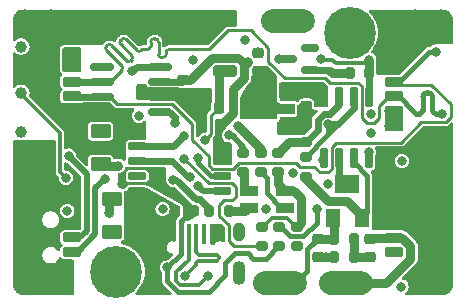
<source format=gtl>
G04 #@! TF.GenerationSoftware,KiCad,Pcbnew,8.0.1*
G04 #@! TF.CreationDate,2024-03-28T22:20:20+03:00*
G04 #@! TF.ProjectId,Piezo module,5069657a-6f20-46d6-9f64-756c652e6b69,rev?*
G04 #@! TF.SameCoordinates,Original*
G04 #@! TF.FileFunction,Copper,L1,Top*
G04 #@! TF.FilePolarity,Positive*
%FSLAX46Y46*%
G04 Gerber Fmt 4.6, Leading zero omitted, Abs format (unit mm)*
G04 Created by KiCad (PCBNEW 8.0.1) date 2024-03-28 22:20:20*
%MOMM*%
%LPD*%
G01*
G04 APERTURE LIST*
G04 Aperture macros list*
%AMRoundRect*
0 Rectangle with rounded corners*
0 $1 Rounding radius*
0 $2 $3 $4 $5 $6 $7 $8 $9 X,Y pos of 4 corners*
0 Add a 4 corners polygon primitive as box body*
4,1,4,$2,$3,$4,$5,$6,$7,$8,$9,$2,$3,0*
0 Add four circle primitives for the rounded corners*
1,1,$1+$1,$2,$3*
1,1,$1+$1,$4,$5*
1,1,$1+$1,$6,$7*
1,1,$1+$1,$8,$9*
0 Add four rect primitives between the rounded corners*
20,1,$1+$1,$2,$3,$4,$5,0*
20,1,$1+$1,$4,$5,$6,$7,0*
20,1,$1+$1,$6,$7,$8,$9,0*
20,1,$1+$1,$8,$9,$2,$3,0*%
%AMFreePoly0*
4,1,9,3.862500,-0.866500,0.737500,-0.866500,0.737500,-0.450000,-0.737500,-0.450000,-0.737500,0.450000,0.737500,0.450000,0.737500,0.866500,3.862500,0.866500,3.862500,-0.866500,3.862500,-0.866500,$1*%
G04 Aperture macros list end*
G04 #@! TA.AperFunction,SMDPad,CuDef*
%ADD10RoundRect,0.200000X0.600000X-0.200000X0.600000X0.200000X-0.600000X0.200000X-0.600000X-0.200000X0*%
G04 #@! TD*
G04 #@! TA.AperFunction,SMDPad,CuDef*
%ADD11RoundRect,0.250001X1.249999X-0.799999X1.249999X0.799999X-1.249999X0.799999X-1.249999X-0.799999X0*%
G04 #@! TD*
G04 #@! TA.AperFunction,SMDPad,CuDef*
%ADD12RoundRect,0.225000X-0.225000X-0.250000X0.225000X-0.250000X0.225000X0.250000X-0.225000X0.250000X0*%
G04 #@! TD*
G04 #@! TA.AperFunction,SMDPad,CuDef*
%ADD13RoundRect,0.225000X-0.250000X0.225000X-0.250000X-0.225000X0.250000X-0.225000X0.250000X0.225000X0*%
G04 #@! TD*
G04 #@! TA.AperFunction,SMDPad,CuDef*
%ADD14RoundRect,0.200000X-0.200000X-0.275000X0.200000X-0.275000X0.200000X0.275000X-0.200000X0.275000X0*%
G04 #@! TD*
G04 #@! TA.AperFunction,SMDPad,CuDef*
%ADD15RoundRect,0.250000X-0.750000X-0.250000X0.750000X-0.250000X0.750000X0.250000X-0.750000X0.250000X0*%
G04 #@! TD*
G04 #@! TA.AperFunction,ComponentPad*
%ADD16C,2.000000*%
G04 #@! TD*
G04 #@! TA.AperFunction,SMDPad,CuDef*
%ADD17RoundRect,0.200000X0.275000X-0.200000X0.275000X0.200000X-0.275000X0.200000X-0.275000X-0.200000X0*%
G04 #@! TD*
G04 #@! TA.AperFunction,ComponentPad*
%ADD18C,2.600000*%
G04 #@! TD*
G04 #@! TA.AperFunction,ComponentPad*
%ADD19C,0.700000*%
G04 #@! TD*
G04 #@! TA.AperFunction,ComponentPad*
%ADD20C,4.400000*%
G04 #@! TD*
G04 #@! TA.AperFunction,SMDPad,CuDef*
%ADD21RoundRect,0.150000X-0.150000X0.725000X-0.150000X-0.725000X0.150000X-0.725000X0.150000X0.725000X0*%
G04 #@! TD*
G04 #@! TA.AperFunction,SMDPad,CuDef*
%ADD22RoundRect,0.200000X-0.600000X0.200000X-0.600000X-0.200000X0.600000X-0.200000X0.600000X0.200000X0*%
G04 #@! TD*
G04 #@! TA.AperFunction,SMDPad,CuDef*
%ADD23RoundRect,0.250001X-1.249999X0.799999X-1.249999X-0.799999X1.249999X-0.799999X1.249999X0.799999X0*%
G04 #@! TD*
G04 #@! TA.AperFunction,SMDPad,CuDef*
%ADD24RoundRect,0.200000X-0.275000X0.200000X-0.275000X-0.200000X0.275000X-0.200000X0.275000X0.200000X0*%
G04 #@! TD*
G04 #@! TA.AperFunction,SMDPad,CuDef*
%ADD25RoundRect,0.250000X0.625000X-0.375000X0.625000X0.375000X-0.625000X0.375000X-0.625000X-0.375000X0*%
G04 #@! TD*
G04 #@! TA.AperFunction,SMDPad,CuDef*
%ADD26RoundRect,0.150000X0.825000X0.150000X-0.825000X0.150000X-0.825000X-0.150000X0.825000X-0.150000X0*%
G04 #@! TD*
G04 #@! TA.AperFunction,SMDPad,CuDef*
%ADD27RoundRect,0.200000X0.200000X0.275000X-0.200000X0.275000X-0.200000X-0.275000X0.200000X-0.275000X0*%
G04 #@! TD*
G04 #@! TA.AperFunction,SMDPad,CuDef*
%ADD28RoundRect,0.250000X-0.625000X0.375000X-0.625000X-0.375000X0.625000X-0.375000X0.625000X0.375000X0*%
G04 #@! TD*
G04 #@! TA.AperFunction,SMDPad,CuDef*
%ADD29RoundRect,0.225000X0.425000X0.225000X-0.425000X0.225000X-0.425000X-0.225000X0.425000X-0.225000X0*%
G04 #@! TD*
G04 #@! TA.AperFunction,SMDPad,CuDef*
%ADD30FreePoly0,180.000000*%
G04 #@! TD*
G04 #@! TA.AperFunction,SMDPad,CuDef*
%ADD31R,0.400000X1.800000*%
G04 #@! TD*
G04 #@! TA.AperFunction,ComponentPad*
%ADD32O,1.090000X2.000000*%
G04 #@! TD*
G04 #@! TA.AperFunction,ComponentPad*
%ADD33O,1.050000X1.600000*%
G04 #@! TD*
G04 #@! TA.AperFunction,SMDPad,CuDef*
%ADD34RoundRect,0.225000X0.250000X-0.225000X0.250000X0.225000X-0.250000X0.225000X-0.250000X-0.225000X0*%
G04 #@! TD*
G04 #@! TA.AperFunction,SMDPad,CuDef*
%ADD35RoundRect,0.150000X0.587500X0.150000X-0.587500X0.150000X-0.587500X-0.150000X0.587500X-0.150000X0*%
G04 #@! TD*
G04 #@! TA.AperFunction,SMDPad,CuDef*
%ADD36RoundRect,0.225000X0.225000X0.250000X-0.225000X0.250000X-0.225000X-0.250000X0.225000X-0.250000X0*%
G04 #@! TD*
G04 #@! TA.AperFunction,SMDPad,CuDef*
%ADD37R,1.300000X1.600000*%
G04 #@! TD*
G04 #@! TA.AperFunction,SMDPad,CuDef*
%ADD38R,2.000000X1.600000*%
G04 #@! TD*
G04 #@! TA.AperFunction,SMDPad,CuDef*
%ADD39R,1.500000X0.900000*%
G04 #@! TD*
G04 #@! TA.AperFunction,SMDPad,CuDef*
%ADD40RoundRect,0.150000X-0.650000X-0.150000X0.650000X-0.150000X0.650000X0.150000X-0.650000X0.150000X0*%
G04 #@! TD*
G04 #@! TA.AperFunction,ComponentPad*
%ADD41C,1.000000*%
G04 #@! TD*
G04 #@! TA.AperFunction,ViaPad*
%ADD42C,0.800000*%
G04 #@! TD*
G04 #@! TA.AperFunction,Conductor*
%ADD43C,0.800000*%
G04 #@! TD*
G04 #@! TA.AperFunction,Conductor*
%ADD44C,0.350000*%
G04 #@! TD*
G04 #@! TA.AperFunction,Conductor*
%ADD45C,0.600000*%
G04 #@! TD*
G04 #@! TA.AperFunction,Conductor*
%ADD46C,0.250000*%
G04 #@! TD*
G04 #@! TA.AperFunction,Conductor*
%ADD47C,0.200000*%
G04 #@! TD*
G04 #@! TA.AperFunction,Conductor*
%ADD48C,0.450000*%
G04 #@! TD*
G04 #@! TA.AperFunction,Conductor*
%ADD49C,0.400000*%
G04 #@! TD*
G04 #@! TA.AperFunction,Conductor*
%ADD50C,2.000000*%
G04 #@! TD*
G04 #@! TA.AperFunction,Conductor*
%ADD51C,0.550000*%
G04 #@! TD*
G04 #@! TA.AperFunction,Conductor*
%ADD52C,0.500000*%
G04 #@! TD*
G04 #@! TA.AperFunction,Conductor*
%ADD53C,0.360000*%
G04 #@! TD*
G04 #@! TA.AperFunction,Conductor*
%ADD54C,0.300000*%
G04 #@! TD*
G04 APERTURE END LIST*
D10*
X165430500Y-98740000D03*
X165430500Y-97490000D03*
X165430500Y-96240000D03*
X165430500Y-94990000D03*
X165430500Y-93740000D03*
X165430500Y-92490000D03*
D11*
X168330500Y-101290000D03*
X168330500Y-89940000D03*
D12*
X149171000Y-98654000D03*
X150721000Y-98654000D03*
D13*
X153961000Y-92543000D03*
X153961000Y-94093000D03*
D14*
X160359500Y-109800000D03*
X162009500Y-109800000D03*
D15*
X151139000Y-89625000D03*
X151139000Y-94075000D03*
D16*
X160085500Y-112035000D03*
X162625500Y-112035000D03*
D17*
X155717500Y-108923000D03*
X155717500Y-107273000D03*
D18*
X141266500Y-90195000D03*
X147646500Y-90195000D03*
D19*
X160023500Y-90845000D03*
X160506774Y-89678274D03*
X160506774Y-92011726D03*
X161673500Y-89195000D03*
D20*
X161673500Y-90845000D03*
D19*
X161673500Y-92495000D03*
X162840226Y-89678274D03*
X162840226Y-92011726D03*
X163323500Y-90845000D03*
D21*
X163335500Y-96291000D03*
X162065500Y-96291000D03*
X160795500Y-96291000D03*
X159525500Y-96291000D03*
X159525500Y-101441000D03*
X160795500Y-101441000D03*
X162065500Y-101441000D03*
X163335500Y-101441000D03*
D10*
X165430500Y-109440000D03*
X165430500Y-108190000D03*
D11*
X168330500Y-111990000D03*
X168330500Y-105640000D03*
D19*
X140274500Y-111085000D03*
X140757774Y-109918274D03*
X140757774Y-112251726D03*
X141924500Y-109435000D03*
D20*
X141924500Y-111085000D03*
D19*
X141924500Y-112735000D03*
X143091226Y-109918274D03*
X143091226Y-112251726D03*
X143574500Y-111085000D03*
D17*
X157211001Y-108925000D03*
X157211001Y-107275000D03*
D22*
X138164500Y-92490000D03*
X138164500Y-93740000D03*
X138164500Y-94990000D03*
X138164500Y-96240000D03*
X138164500Y-97490000D03*
X138164500Y-98740000D03*
D23*
X135264500Y-89940000D03*
X135264500Y-101290000D03*
D24*
X155612000Y-101007000D03*
X155612000Y-102657000D03*
D25*
X140591000Y-101995000D03*
X140591000Y-99195000D03*
D26*
X145641000Y-97520000D03*
X145641000Y-96250000D03*
X145641000Y-94980000D03*
X145641000Y-93710000D03*
X140691000Y-93710000D03*
X140691000Y-94980000D03*
X140691000Y-96250000D03*
X140691000Y-97520000D03*
D17*
X154223999Y-108924000D03*
X154223999Y-107274000D03*
D27*
X162009500Y-108300000D03*
X160359500Y-108300000D03*
D28*
X141522000Y-104924000D03*
X141522000Y-107724000D03*
D17*
X154149000Y-102657000D03*
X154149000Y-101007000D03*
D29*
X156365000Y-98802500D03*
D30*
X156277500Y-97302500D03*
D29*
X156365000Y-95802500D03*
D31*
X147394500Y-107910000D03*
X148044500Y-107910000D03*
X148694500Y-107910000D03*
X149344500Y-107910000D03*
X149994500Y-107910000D03*
D32*
X152294500Y-111160000D03*
D33*
X152294500Y-107710000D03*
D32*
X145094500Y-111160000D03*
D33*
X145094500Y-107710000D03*
D12*
X149033000Y-97191000D03*
X150583000Y-97191000D03*
D27*
X151459000Y-105944000D03*
X149809000Y-105944000D03*
D16*
X154543500Y-112035000D03*
X157083500Y-112035000D03*
D13*
X163397500Y-108275000D03*
X163397500Y-109825000D03*
D17*
X157996000Y-100069000D03*
X157996000Y-98419000D03*
D34*
X157996000Y-97056000D03*
X157996000Y-95506000D03*
D35*
X158299500Y-94046500D03*
X158299500Y-92146500D03*
X156424500Y-93096500D03*
D22*
X138164500Y-106935000D03*
X138164500Y-108185000D03*
X138164500Y-109435000D03*
D23*
X135264500Y-104385000D03*
X135264500Y-111985000D03*
D27*
X163334000Y-94286000D03*
X161684000Y-94286000D03*
D36*
X148446000Y-105944000D03*
X146896000Y-105944000D03*
D37*
X160229500Y-106517000D03*
D38*
X161479500Y-103617000D03*
D37*
X162729500Y-106517000D03*
D39*
X153117000Y-104263000D03*
X153117000Y-105663000D03*
X156217000Y-105663000D03*
X156217000Y-104263000D03*
D17*
X152687000Y-102657000D03*
X152687000Y-101007000D03*
D34*
X147597000Y-96390000D03*
X147597000Y-94840000D03*
D17*
X157996000Y-103030000D03*
X157996000Y-101380000D03*
D40*
X143705000Y-100448000D03*
X143705000Y-101718000D03*
X143705000Y-102988000D03*
X143705000Y-104258000D03*
X150905000Y-104258000D03*
X150905000Y-102988000D03*
X150905000Y-101718000D03*
X150905000Y-100448000D03*
D34*
X158972500Y-109825000D03*
X158972500Y-108275000D03*
D16*
X155174500Y-89895000D03*
X157714500Y-89895000D03*
D41*
X133872000Y-99218000D03*
X133872000Y-92032000D03*
X133872000Y-95967000D03*
D42*
X140506000Y-99261000D03*
X150712000Y-98620000D03*
X153039271Y-93366769D03*
X157050000Y-104313500D03*
X137774500Y-105935000D03*
X163446500Y-97771500D03*
X141297000Y-107694000D03*
X166112000Y-101705000D03*
X143825500Y-97867000D03*
X155661000Y-93112000D03*
X145840000Y-105789000D03*
X166067000Y-112340000D03*
X136364499Y-101939999D03*
X134164500Y-89290000D03*
X167230500Y-106289999D03*
X169430499Y-104990000D03*
X134164500Y-103735000D03*
X157996000Y-97056000D03*
X159840000Y-103655500D03*
X136364499Y-112634999D03*
X163446500Y-99321500D03*
X143825500Y-99417000D03*
X165430500Y-93740000D03*
X159666000Y-109800000D03*
X144203492Y-95775992D03*
X167230500Y-89290000D03*
X137474500Y-104535000D03*
X164345000Y-106256000D03*
X168330500Y-89940000D03*
X157996000Y-98419000D03*
X167230500Y-90589999D03*
X152827500Y-91460500D03*
X169430499Y-106289999D03*
X150703000Y-107910000D03*
X135264500Y-104435000D03*
X167230500Y-100640000D03*
X136364499Y-90589999D03*
X136364499Y-89290000D03*
X169430499Y-112639999D03*
X148380000Y-93155000D03*
X134164500Y-101939999D03*
X134164500Y-111335000D03*
X136364499Y-111335000D03*
X169430499Y-111340000D03*
X135264500Y-111934999D03*
X153961000Y-92493000D03*
X134164500Y-112634999D03*
X167230500Y-112639999D03*
X142092000Y-100033000D03*
X168330500Y-111990000D03*
X134164500Y-105034999D03*
X168330500Y-101290000D03*
X150726000Y-89628000D03*
X137474500Y-111835000D03*
X165344000Y-109440000D03*
X169430499Y-100640000D03*
X138164500Y-98740000D03*
X154583000Y-105754000D03*
X135264500Y-89940000D03*
X138164500Y-97490000D03*
X167230500Y-101939999D03*
X169430499Y-89290000D03*
X136364499Y-105034999D03*
X135264500Y-101290000D03*
X169430499Y-101939999D03*
X156920000Y-102762000D03*
X169430499Y-90589999D03*
X167230500Y-104990000D03*
X136364499Y-100640000D03*
X149171000Y-98654000D03*
X134164500Y-100640000D03*
X159425499Y-101591000D03*
X134164500Y-90589999D03*
X168330500Y-105640000D03*
X168687000Y-109244000D03*
X136364499Y-103735000D03*
X165430500Y-92490000D03*
X149463000Y-99904000D03*
X142436042Y-103677042D03*
X146245000Y-110726000D03*
X142105000Y-102110000D03*
X141270000Y-106132000D03*
X160139000Y-94174000D03*
X165030500Y-97493000D03*
X165030500Y-98752000D03*
X138164500Y-92490000D03*
X154229000Y-94335000D03*
X138164500Y-93740000D03*
X152207000Y-98776000D03*
X146742000Y-103287500D03*
X151464284Y-99548000D03*
X158880000Y-105754000D03*
X140956528Y-103220000D03*
X154148999Y-108925000D03*
X147680391Y-101519426D03*
X157286000Y-108925000D03*
X159216000Y-93096499D03*
X163334000Y-93129000D03*
X159878000Y-98610000D03*
X143292000Y-94118000D03*
X146888000Y-98499000D03*
X148845556Y-103833672D03*
X148819000Y-101447000D03*
X148195000Y-103066000D03*
X147613000Y-99555947D03*
X149645000Y-111441000D03*
X147745000Y-111441000D03*
X163335500Y-100966000D03*
X137889000Y-101256000D03*
X168980500Y-92442000D03*
X169496500Y-97714000D03*
X137651000Y-103121000D03*
X137651000Y-103121000D03*
D43*
X152248010Y-92975000D02*
X152639779Y-93366769D01*
D44*
X156360000Y-106498000D02*
X157137000Y-107275000D01*
D43*
X147597000Y-94840000D02*
X148164990Y-94840000D01*
D45*
X147457000Y-94980000D02*
X147597000Y-94840000D01*
D43*
X157567000Y-106919001D02*
X157567000Y-104830500D01*
X157211001Y-107275000D02*
X157567000Y-106919001D01*
D44*
X157137000Y-107275000D02*
X157211001Y-107275000D01*
D43*
X148164990Y-94840000D02*
X150029990Y-92975000D01*
D45*
X145641000Y-94980000D02*
X147457000Y-94980000D01*
D44*
X154223999Y-107274000D02*
X154322000Y-107274000D01*
D43*
X156999500Y-104263000D02*
X156217000Y-104263000D01*
D44*
X154322000Y-107274000D02*
X155098000Y-106498000D01*
D43*
X151810000Y-95613010D02*
X152739000Y-94684010D01*
X152739000Y-94684010D02*
X152739000Y-93667040D01*
X157567000Y-104830500D02*
X156999500Y-104263000D01*
X150029990Y-92975000D02*
X152248010Y-92975000D01*
X152639779Y-93366769D02*
X153039271Y-93366769D01*
D46*
X155661000Y-93112000D02*
X155676500Y-93096500D01*
D44*
X155098000Y-106498000D02*
X156360000Y-106498000D01*
D43*
X150712000Y-98620000D02*
X150801960Y-98620000D01*
X152739000Y-93667040D02*
X153039271Y-93366769D01*
X150801960Y-98620000D02*
X151810000Y-97611960D01*
D45*
X156424500Y-93096500D02*
X155676500Y-93096500D01*
D43*
X155612000Y-103658000D02*
X155612000Y-102657000D01*
X151810000Y-97611960D02*
X151810000Y-95613010D01*
X156217000Y-104263000D02*
X155612000Y-103658000D01*
D45*
X147457000Y-96250000D02*
X147597000Y-96390000D01*
D43*
X158997500Y-109800000D02*
X158972500Y-109825000D01*
D47*
X160359500Y-109872500D02*
X160359500Y-109800000D01*
D43*
X159666000Y-109800000D02*
X158997500Y-109800000D01*
X159666000Y-109800000D02*
X160359500Y-109800000D01*
D45*
X145641000Y-96250000D02*
X147457000Y-96250000D01*
X138194500Y-97520000D02*
X138164500Y-97490000D01*
X140691000Y-97520000D02*
X138194500Y-97520000D01*
D46*
X149946000Y-99421000D02*
X149463000Y-99904000D01*
D43*
X150583000Y-97191000D02*
X150583000Y-94149000D01*
X150657000Y-94075000D02*
X151139000Y-94075000D01*
D46*
X149946000Y-97828000D02*
X149946000Y-99421000D01*
D43*
X150583000Y-94149000D02*
X150657000Y-94075000D01*
D46*
X149463000Y-99932000D02*
X149435000Y-99960000D01*
X149463000Y-99904000D02*
X149463000Y-99932000D01*
X150583000Y-97191000D02*
X149946000Y-97828000D01*
D48*
X151959000Y-109534000D02*
X151142000Y-110351000D01*
X151142000Y-110351000D02*
X151142000Y-111403000D01*
X151142000Y-111403000D02*
X149779000Y-112766000D01*
X155717500Y-108923000D02*
X155625000Y-108923000D01*
D49*
X147394500Y-106810618D02*
X148261118Y-105944000D01*
D48*
X154572000Y-109976000D02*
X153529000Y-109976000D01*
X155625000Y-108923000D02*
X154572000Y-109976000D01*
X153087000Y-109534000D02*
X151959000Y-109534000D01*
D49*
X147394500Y-109576500D02*
X146245000Y-110726000D01*
D48*
X153529000Y-109976000D02*
X153087000Y-109534000D01*
D49*
X148261118Y-105944000D02*
X148446000Y-105944000D01*
D48*
X146245000Y-111901172D02*
X146245000Y-110726000D01*
D49*
X147394500Y-107910000D02*
X147394500Y-106810618D01*
X147394500Y-107910000D02*
X147394500Y-109576500D01*
D48*
X149779000Y-112766000D02*
X147109828Y-112766000D01*
X147109828Y-112766000D02*
X146245000Y-111901172D01*
D43*
X142105000Y-102110000D02*
X140706000Y-102110000D01*
X140706000Y-102110000D02*
X140591000Y-101995000D01*
D49*
X154644000Y-103152000D02*
X154149000Y-102657000D01*
X156217000Y-105663000D02*
X155848000Y-105663000D01*
X154644000Y-104459000D02*
X154644000Y-103152000D01*
X155848000Y-105663000D02*
X154644000Y-104459000D01*
D43*
X152755000Y-102729000D02*
X152755000Y-103901000D01*
X152755000Y-103901000D02*
X153117000Y-104263000D01*
X153117000Y-105663000D02*
X152836000Y-105944000D01*
X152836000Y-105944000D02*
X151459000Y-105944000D01*
D46*
X141267000Y-106135000D02*
X141267000Y-106176000D01*
D43*
X141270000Y-106132000D02*
X141270000Y-105176000D01*
X141270000Y-105176000D02*
X141522000Y-104924000D01*
D46*
X141270000Y-106132000D02*
X141267000Y-106135000D01*
D45*
X160011500Y-94046500D02*
X160139000Y-94174000D01*
D50*
X155174500Y-89895000D02*
X157714500Y-89895000D01*
D43*
X160139000Y-94174000D02*
X160251000Y-94286000D01*
D45*
X158299500Y-94046500D02*
X160011500Y-94046500D01*
D43*
X160251000Y-94286000D02*
X161684000Y-94286000D01*
X154149000Y-100718000D02*
X152207000Y-98776000D01*
X154149000Y-101007000D02*
X154149000Y-100718000D01*
D45*
X149809000Y-105800460D02*
X148977540Y-104969000D01*
X148645535Y-104969000D02*
X146964035Y-103287500D01*
X148977540Y-104969000D02*
X148645535Y-104969000D01*
X146964035Y-103287500D02*
X146742000Y-103287500D01*
X149809000Y-105944000D02*
X149809000Y-105800460D01*
D51*
X152687000Y-100541960D02*
X152687000Y-101007000D01*
X151693040Y-99548000D02*
X152687000Y-100541960D01*
X151464284Y-99548000D02*
X151693040Y-99548000D01*
D49*
X155842000Y-107273000D02*
X156668000Y-108099000D01*
X155717500Y-107273000D02*
X155842000Y-107273000D01*
X157753000Y-108099000D02*
X158880000Y-106972000D01*
X158880000Y-106972000D02*
X158880000Y-105754000D01*
X156668000Y-108099000D02*
X157753000Y-108099000D01*
D52*
X140160000Y-107914280D02*
X140160000Y-104016528D01*
X138639280Y-109435000D02*
X140160000Y-107914280D01*
X140160000Y-104016528D02*
X140956528Y-103220000D01*
X138164500Y-109435000D02*
X138639280Y-109435000D01*
D43*
X166830500Y-109976912D02*
X164772412Y-112035000D01*
X166117412Y-108190000D02*
X166830500Y-108903088D01*
X164772412Y-112035000D02*
X162625500Y-112035000D01*
X165430500Y-108190000D02*
X166117412Y-108190000D01*
X163482500Y-108190000D02*
X163397500Y-108275000D01*
X166830500Y-108903088D02*
X166830500Y-109976912D01*
D50*
X160085500Y-112035000D02*
X162625500Y-112035000D01*
D43*
X165430500Y-108190000D02*
X163482500Y-108190000D01*
D46*
X162625500Y-112035000D02*
X162625500Y-112031000D01*
X151889000Y-108924000D02*
X154223999Y-108924000D01*
X151444500Y-108479500D02*
X151889000Y-108924000D01*
X151750000Y-105031000D02*
X151046000Y-105031000D01*
X152030000Y-103907092D02*
X152030000Y-104751000D01*
X151046000Y-105031000D02*
X150626000Y-105451000D01*
X150626000Y-105451000D02*
X150626000Y-106337004D01*
X152030000Y-104751000D02*
X151750000Y-105031000D01*
X150626000Y-106337004D02*
X151444500Y-107155504D01*
X149768456Y-103613000D02*
X151735908Y-103613000D01*
X151735908Y-103613000D02*
X152030000Y-103907092D01*
X151444500Y-107155504D02*
X151444500Y-108479500D01*
X147680391Y-101524935D02*
X149768456Y-103613000D01*
X147680391Y-101519426D02*
X147680391Y-101524935D01*
D49*
X163179499Y-102941973D02*
X163179499Y-106067001D01*
D43*
X157996000Y-103030000D02*
X157996000Y-103225714D01*
X162729500Y-106366500D02*
X162729500Y-106517000D01*
D49*
X162065500Y-101441000D02*
X162065500Y-101827974D01*
D43*
X157996000Y-103225714D02*
X159887286Y-105117000D01*
X159887286Y-105117000D02*
X161480000Y-105117000D01*
X161480000Y-105117000D02*
X162729500Y-106366500D01*
D49*
X162729500Y-106517000D02*
X162729500Y-106458500D01*
X163179499Y-106067001D02*
X162729500Y-106517000D01*
X162065500Y-101827974D02*
X163179499Y-102941973D01*
D43*
X158997500Y-108300000D02*
X158972500Y-108275000D01*
D49*
X158972500Y-108275000D02*
X158085000Y-109162500D01*
D43*
X160359500Y-108300000D02*
X158997500Y-108300000D01*
D50*
X154543500Y-112035000D02*
X157083500Y-112035000D01*
D43*
X160359500Y-106647000D02*
X160229500Y-106517000D01*
D49*
X158085000Y-109162500D02*
X158085000Y-111033500D01*
D43*
X160359500Y-108300000D02*
X160359500Y-106647000D01*
D49*
X158085000Y-111033500D02*
X157083500Y-112035000D01*
D43*
X163372500Y-109800000D02*
X163397500Y-109825000D01*
X162009500Y-109800000D02*
X163372500Y-109800000D01*
X162009500Y-109800000D02*
X162009500Y-108300000D01*
D53*
X160187087Y-93119000D02*
X160493087Y-93425000D01*
D43*
X163334000Y-93129000D02*
X163334000Y-94286000D01*
D53*
X159216000Y-93096499D02*
X159216000Y-93109000D01*
X163334000Y-93425000D02*
X163334000Y-94286000D01*
X159216000Y-93096499D02*
X159238501Y-93119000D01*
X159238501Y-93119000D02*
X160187087Y-93119000D01*
X159216000Y-93109000D02*
X159226000Y-93119000D01*
X160493087Y-93425000D02*
X163334000Y-93425000D01*
D45*
X163335500Y-94287500D02*
X163334000Y-94286000D01*
X163335500Y-96291000D02*
X163335500Y-94287500D01*
X160795500Y-101441000D02*
X160795500Y-102933000D01*
X160795500Y-102933000D02*
X161479500Y-103617000D01*
D49*
X158014070Y-101380000D02*
X157996000Y-101380000D01*
X158851035Y-100543035D02*
X158014070Y-101380000D01*
X159878000Y-99405000D02*
X158851035Y-100431965D01*
X159878000Y-99405000D02*
X160673000Y-98610000D01*
X159878000Y-98610000D02*
X159878000Y-99405000D01*
D45*
X162065500Y-97217500D02*
X162065500Y-96291000D01*
X160673000Y-98610000D02*
X162065500Y-97217500D01*
D49*
X158851035Y-100431965D02*
X158851035Y-100543035D01*
D45*
X159878000Y-98610000D02*
X160673000Y-98610000D01*
X143700000Y-93710000D02*
X143292000Y-94118000D01*
X145641000Y-93710000D02*
X143700000Y-93710000D01*
X146888000Y-97999976D02*
X146888000Y-98499000D01*
X145641000Y-97520000D02*
X146408024Y-97520000D01*
X146408024Y-97520000D02*
X146888000Y-97999976D01*
D52*
X150867000Y-104220000D02*
X150905000Y-104258000D01*
X148845556Y-103833672D02*
X149231884Y-104220000D01*
D46*
X148845556Y-103833672D02*
X148813816Y-103865412D01*
X148813816Y-103865412D02*
X148813816Y-103981816D01*
D52*
X149231884Y-104220000D02*
X150867000Y-104220000D01*
D48*
X150905000Y-102988000D02*
X149921274Y-102988000D01*
X149921274Y-102988000D02*
X148819000Y-101885726D01*
X148819000Y-101885726D02*
X148819000Y-101447000D01*
D45*
X148195000Y-103066000D02*
X147954172Y-103066000D01*
X147954172Y-103066000D02*
X146606172Y-101718000D01*
X146606172Y-101718000D02*
X143705000Y-101718000D01*
X146720947Y-100448000D02*
X147613000Y-99555947D01*
X143705000Y-100448000D02*
X146720947Y-100448000D01*
D54*
X147348000Y-112191000D02*
X148895000Y-112191000D01*
X148044500Y-110080839D02*
X146995000Y-111130339D01*
X148044500Y-107910000D02*
X148044500Y-110080839D01*
X148895000Y-112191000D02*
X149645000Y-111441000D01*
X146995000Y-111838000D02*
X147348000Y-112191000D01*
X146995000Y-111130339D02*
X146995000Y-111838000D01*
X148894500Y-110136000D02*
X150438844Y-110136000D01*
X150438844Y-109636000D02*
X148894500Y-109636000D01*
X150638844Y-109936000D02*
X150638844Y-109836000D01*
X148694500Y-108853247D02*
X148694500Y-107910000D01*
X148694500Y-109336000D02*
X148694500Y-108853247D01*
X148694500Y-109436000D02*
X148694500Y-109336000D01*
X147745000Y-111441000D02*
X148694500Y-110491500D01*
X148694500Y-110491500D02*
X148694500Y-110336000D01*
X148694500Y-110336000D02*
G75*
G02*
X148894500Y-110136000I200000J0D01*
G01*
X148894500Y-109636000D02*
G75*
G02*
X148694500Y-109436000I0J200000D01*
G01*
X150438844Y-110136000D02*
G75*
G03*
X150638800Y-109936000I-44J200000D01*
G01*
X150638844Y-109836000D02*
G75*
G03*
X150438844Y-109635956I-200044J0D01*
G01*
D45*
X160012309Y-97697691D02*
X159517309Y-97697691D01*
X160795500Y-96291000D02*
X160795500Y-96914500D01*
X158971000Y-98244000D02*
X158971000Y-99094000D01*
X159517309Y-97697691D02*
X158971000Y-98244000D01*
X158971000Y-99094000D02*
X157996000Y-100069000D01*
D43*
X155612000Y-101007000D02*
X156550000Y-100069000D01*
D45*
X160795500Y-96914500D02*
X160012309Y-97697691D01*
D43*
X156550000Y-100069000D02*
X157996000Y-100069000D01*
D52*
X137889000Y-101289878D02*
X137889000Y-101256000D01*
X139416000Y-102816878D02*
X137889000Y-101289878D01*
X139416000Y-107605000D02*
X139416000Y-102816878D01*
X138836000Y-108185000D02*
X139416000Y-107605000D01*
X138164500Y-108185000D02*
X138836000Y-108185000D01*
D49*
X168980500Y-92442000D02*
X168382570Y-92442000D01*
X165430500Y-94990000D02*
X165834570Y-94990000D01*
D46*
X149754000Y-102042908D02*
X149754000Y-101302000D01*
X158692500Y-102197000D02*
X157503000Y-102197000D01*
X152275000Y-101841000D02*
X151761000Y-102355000D01*
X170221500Y-98014305D02*
X169796805Y-98439000D01*
D49*
X168382570Y-92442000D02*
X165834570Y-94990000D01*
D46*
X157147000Y-101841000D02*
X152275000Y-101841000D01*
X168590971Y-95265000D02*
X170221500Y-96895529D01*
X159136500Y-102641000D02*
X158692500Y-102197000D01*
X149754000Y-101302000D02*
X148369000Y-99917000D01*
D45*
X140691000Y-96250000D02*
X138174500Y-96250000D01*
D46*
X150066092Y-102355000D02*
X149754000Y-102042908D01*
X169796805Y-98439000D02*
X167715000Y-98439000D01*
X165430500Y-94990000D02*
X165705500Y-95265000D01*
X170221500Y-96895529D02*
X170221500Y-98014305D01*
X160170500Y-100515092D02*
X160170500Y-102346908D01*
X160170500Y-102346908D02*
X159876408Y-102641000D01*
X148369000Y-98597092D02*
X146657908Y-96886000D01*
X159876408Y-102641000D02*
X159136500Y-102641000D01*
D45*
X138174500Y-96250000D02*
X138164500Y-96240000D01*
D46*
X166008000Y-100146000D02*
X160539592Y-100146000D01*
X148369000Y-99917000D02*
X148369000Y-98597092D01*
X146657908Y-96886000D02*
X142005000Y-96886000D01*
X165705500Y-95265000D02*
X168590971Y-95265000D01*
X141369000Y-96250000D02*
X140691000Y-96250000D01*
X157503000Y-102197000D02*
X157147000Y-101841000D01*
X151761000Y-102355000D02*
X150066092Y-102355000D01*
X160539592Y-100146000D02*
X160170500Y-100515092D01*
X142005000Y-96886000D02*
X141369000Y-96250000D01*
X167715000Y-98439000D02*
X166008000Y-100146000D01*
X165430500Y-96240000D02*
X165024000Y-96240000D01*
X160030695Y-95091000D02*
X162416408Y-95091000D01*
X163146195Y-98496500D02*
X163746805Y-98496500D01*
D49*
X165430500Y-96240000D02*
X165834570Y-96240000D01*
D46*
X156179500Y-94671500D02*
X159611195Y-94671500D01*
D49*
X167071785Y-97477215D02*
X165834570Y-96240000D01*
X167308570Y-97714000D02*
X167071785Y-97477215D01*
D46*
X146536000Y-92250000D02*
X146552000Y-92250000D01*
X159611195Y-94671500D02*
X160030695Y-95091000D01*
X164171500Y-98071805D02*
X164171500Y-97092500D01*
X146552000Y-92250000D02*
X149795000Y-92250000D01*
X149795000Y-92250000D02*
X151396000Y-90649000D01*
X145106000Y-91357164D02*
X145236000Y-91357164D01*
X145756000Y-92942846D02*
X145886000Y-92942846D01*
X141084182Y-91985844D02*
X141169036Y-91900991D01*
D49*
X169496500Y-97714000D02*
X169004000Y-97714000D01*
D46*
X143997465Y-92353539D02*
X144082318Y-92268683D01*
X163746805Y-98496500D02*
X164171500Y-98071805D01*
X141508448Y-91900991D02*
X142809525Y-93202068D01*
D49*
X167384000Y-97714000D02*
X167308570Y-97714000D01*
D46*
X142710531Y-91406014D02*
X143658055Y-92353538D01*
X142385259Y-93626330D02*
X141084183Y-92325254D01*
X162690500Y-95365092D02*
X162690500Y-98040805D01*
X151396000Y-90649000D02*
X153326052Y-90649000D01*
D45*
X138174500Y-94980000D02*
X138164500Y-94990000D01*
D46*
X143233789Y-92777800D02*
X142286266Y-91830277D01*
X144082318Y-92268683D02*
X144101000Y-92250000D01*
X143233788Y-93117213D02*
X143233788Y-93117212D01*
X164171500Y-97092500D02*
X165024000Y-96240000D01*
X154808000Y-92130948D02*
X154808000Y-93300000D01*
X153326052Y-90649000D02*
X154808000Y-92130948D01*
X143148935Y-93202069D02*
X143233788Y-93117213D01*
D49*
X167870000Y-96242449D02*
X167870000Y-97390000D01*
D46*
X144101000Y-92250000D02*
X144586000Y-92250000D01*
D49*
X168356000Y-95918449D02*
X168194000Y-95918449D01*
X167546000Y-97714000D02*
X167384000Y-97714000D01*
D46*
X142286265Y-91490867D02*
X142371119Y-91406014D01*
X162690500Y-98040805D02*
X163146195Y-98496500D01*
X145496000Y-91990000D02*
X145496000Y-92682846D01*
X144846000Y-91990000D02*
X144846000Y-91617164D01*
X146146000Y-92682846D02*
X146146000Y-92510000D01*
X145496000Y-91617164D02*
X145496000Y-91990000D01*
D49*
X168680000Y-97390000D02*
X168680000Y-96242449D01*
D46*
X162416408Y-95091000D02*
X162690500Y-95365092D01*
X140691000Y-94980000D02*
X141371000Y-94980000D01*
X141371000Y-94980000D02*
X142385258Y-93965742D01*
D45*
X140691000Y-94980000D02*
X138174500Y-94980000D01*
D46*
X154808000Y-93300000D02*
X156179500Y-94671500D01*
X146406000Y-92250000D02*
X146536000Y-92250000D01*
X142809526Y-93202067D02*
G75*
G03*
X143148904Y-93202038I169674J169667D01*
G01*
X145886000Y-92942846D02*
G75*
G03*
X146146046Y-92682846I0J260046D01*
G01*
X144846000Y-91617164D02*
G75*
G02*
X145106000Y-91357200I260000J-36D01*
G01*
X144586000Y-92250000D02*
G75*
G03*
X144846000Y-91990000I0J260000D01*
G01*
X145496000Y-92682846D02*
G75*
G03*
X145756000Y-92942800I260000J46D01*
G01*
X142385258Y-93965742D02*
G75*
G03*
X142385294Y-93626295I-169658J169742D01*
G01*
D49*
X168680000Y-96242449D02*
G75*
G03*
X168356000Y-95918400I-324000J49D01*
G01*
X167870000Y-97390000D02*
G75*
G02*
X167546000Y-97714000I-324000J0D01*
G01*
D46*
X143233788Y-93117212D02*
G75*
G03*
X143233794Y-92777795I-169688J169712D01*
G01*
X141169037Y-91900992D02*
G75*
G02*
X141508447Y-91900992I169705J-169707D01*
G01*
X143658056Y-92353537D02*
G75*
G03*
X143997504Y-92353578I169744J169737D01*
G01*
D49*
X169004000Y-97714000D02*
G75*
G02*
X168680000Y-97390000I0J324000D01*
G01*
X168194000Y-95918449D02*
G75*
G03*
X167870049Y-96242449I0J-323951D01*
G01*
D46*
X141084183Y-92325254D02*
G75*
G02*
X141084134Y-91985796I169717J169754D01*
G01*
X146146000Y-92510000D02*
G75*
G02*
X146406000Y-92250000I260000J0D01*
G01*
X142371120Y-91406015D02*
G75*
G02*
X142710530Y-91406015I169705J-169707D01*
G01*
X142286267Y-91830276D02*
G75*
G02*
X142286294Y-91490896I169733J169676D01*
G01*
X145236000Y-91357164D02*
G75*
G02*
X145496036Y-91617164I0J-260036D01*
G01*
D54*
X137139000Y-99301000D02*
X133872000Y-96034000D01*
X137139000Y-102609000D02*
X137139000Y-99301000D01*
X137651000Y-103121000D02*
X137139000Y-102609000D01*
X133872000Y-96034000D02*
X133872000Y-95967000D01*
G04 #@! TA.AperFunction,Conductor*
G36*
X142869977Y-102181463D02*
G01*
X142923920Y-102194061D01*
X142951716Y-102207648D01*
X142953607Y-102208573D01*
X142953609Y-102208573D01*
X142953611Y-102208574D01*
X143021739Y-102218500D01*
X143021740Y-102218500D01*
X143639108Y-102218500D01*
X146010463Y-102218500D01*
X146077502Y-102238185D01*
X146123257Y-102290989D01*
X146134405Y-102338700D01*
X146158052Y-103110039D01*
X146157049Y-103130024D01*
X146136318Y-103287498D01*
X146136318Y-103287501D01*
X146156955Y-103444260D01*
X146156956Y-103444262D01*
X146217464Y-103590341D01*
X146313718Y-103715782D01*
X146439159Y-103812036D01*
X146585238Y-103872544D01*
X146636039Y-103879232D01*
X146741999Y-103893182D01*
X146741999Y-103893181D01*
X146742000Y-103893182D01*
X146787326Y-103887214D01*
X146856360Y-103897979D01*
X146891193Y-103922472D01*
X148338221Y-105369500D01*
X148452349Y-105435392D01*
X148579642Y-105469500D01*
X148579643Y-105469500D01*
X148718864Y-105469500D01*
X148785903Y-105489185D01*
X148806545Y-105505819D01*
X148864790Y-105564064D01*
X148898275Y-105625387D01*
X148901109Y-105651570D01*
X148901920Y-106226863D01*
X148882330Y-106293930D01*
X148859870Y-106320098D01*
X148779320Y-106391031D01*
X148754619Y-106407964D01*
X148010056Y-106795493D01*
X147952807Y-106809500D01*
X147824747Y-106809500D01*
X147766270Y-106821131D01*
X147766269Y-106821132D01*
X147699947Y-106865447D01*
X147655632Y-106931769D01*
X147650960Y-106943050D01*
X147648730Y-106942126D01*
X147624154Y-106989103D01*
X147596963Y-107009414D01*
X147596000Y-107010999D01*
X147594138Y-108686138D01*
X147574379Y-108753155D01*
X147521524Y-108798852D01*
X147470138Y-108810000D01*
X147318000Y-108810000D01*
X147250961Y-108790315D01*
X147205206Y-108737511D01*
X147194000Y-108686000D01*
X147194000Y-107038430D01*
X147206387Y-106984407D01*
X147263966Y-106865447D01*
X147455339Y-106470063D01*
X147466631Y-106451207D01*
X147469526Y-106447222D01*
X147469528Y-106447220D01*
X147530719Y-106327126D01*
X147531832Y-106320098D01*
X147546500Y-106227493D01*
X147546500Y-106196182D01*
X147547006Y-106185973D01*
X147546999Y-106185002D01*
X147547000Y-106185000D01*
X147546503Y-106112065D01*
X147546500Y-106111220D01*
X147546500Y-105660516D01*
X147546500Y-105660512D01*
X147544745Y-105649436D01*
X147543224Y-105630904D01*
X147543000Y-105598000D01*
X147542997Y-105597995D01*
X147539021Y-105583542D01*
X147534178Y-105570007D01*
X147533733Y-105570152D01*
X147530718Y-105560872D01*
X147505756Y-105511882D01*
X147469528Y-105440780D01*
X147469524Y-105440776D01*
X147469523Y-105440774D01*
X147435605Y-105406856D01*
X147433811Y-105404535D01*
X147415675Y-105386909D01*
X147414416Y-105385667D01*
X147374225Y-105345476D01*
X147374222Y-105345474D01*
X147374220Y-105345472D01*
X147254126Y-105284281D01*
X147242339Y-105282414D01*
X147230223Y-105280495D01*
X147190025Y-105266760D01*
X144593160Y-103843452D01*
X144565077Y-103822395D01*
X144561485Y-103818803D01*
X144456391Y-103767426D01*
X144388261Y-103757500D01*
X144388260Y-103757500D01*
X143021740Y-103757500D01*
X143021739Y-103757500D01*
X142953608Y-103767426D01*
X142848514Y-103818803D01*
X142765803Y-103901514D01*
X142729051Y-103976693D01*
X142681923Y-104028276D01*
X142638004Y-104044551D01*
X142499733Y-104067560D01*
X142430372Y-104059147D01*
X142391917Y-104033142D01*
X142072538Y-103715355D01*
X142038900Y-103654116D01*
X142036000Y-103627455D01*
X142036000Y-103171260D01*
X142704500Y-103171260D01*
X142714426Y-103239391D01*
X142765803Y-103344485D01*
X142848514Y-103427196D01*
X142848515Y-103427196D01*
X142848517Y-103427198D01*
X142953607Y-103478573D01*
X142987673Y-103483536D01*
X143021739Y-103488500D01*
X143021740Y-103488500D01*
X144388261Y-103488500D01*
X144410971Y-103485191D01*
X144456393Y-103478573D01*
X144561483Y-103427198D01*
X144644198Y-103344483D01*
X144695573Y-103239393D01*
X144705500Y-103171260D01*
X144705500Y-102804740D01*
X144695573Y-102736607D01*
X144644198Y-102631517D01*
X144644196Y-102631515D01*
X144644196Y-102631514D01*
X144561485Y-102548803D01*
X144456391Y-102497426D01*
X144388261Y-102487500D01*
X144388260Y-102487500D01*
X143021740Y-102487500D01*
X143021739Y-102487500D01*
X142953608Y-102497426D01*
X142848514Y-102548803D01*
X142796737Y-102600580D01*
X142762363Y-102619348D01*
X142760535Y-102641252D01*
X142756277Y-102650999D01*
X142750704Y-102662398D01*
X142714426Y-102736608D01*
X142704500Y-102804739D01*
X142704500Y-103171260D01*
X142036000Y-103171260D01*
X142036000Y-102834500D01*
X142055685Y-102767461D01*
X142108489Y-102721706D01*
X142160000Y-102710500D01*
X142184056Y-102710500D01*
X142184057Y-102710500D01*
X142214555Y-102702327D01*
X142230439Y-102699167D01*
X142261762Y-102695044D01*
X142290930Y-102682961D01*
X142306293Y-102677747D01*
X142325858Y-102672504D01*
X142336784Y-102669577D01*
X142364130Y-102653787D01*
X142378666Y-102646619D01*
X142407841Y-102634536D01*
X142432895Y-102615310D01*
X142446368Y-102606308D01*
X142473716Y-102590520D01*
X142496040Y-102568194D01*
X142508234Y-102557501D01*
X142533282Y-102538282D01*
X142546500Y-102521055D01*
X142592891Y-102487179D01*
X142600225Y-102453470D01*
X142610679Y-102437414D01*
X142629536Y-102412841D01*
X142641619Y-102383666D01*
X142648787Y-102369130D01*
X142664577Y-102341784D01*
X142667504Y-102330858D01*
X142672747Y-102311293D01*
X142677962Y-102295928D01*
X142693155Y-102259252D01*
X142696060Y-102260455D01*
X142724696Y-102213463D01*
X142787540Y-102182926D01*
X142808628Y-102181208D01*
X142869977Y-102181463D01*
G37*
G04 #@! TD.AperFunction*
G04 #@! TA.AperFunction,Conductor*
G36*
X151114039Y-98198685D02*
G01*
X151159794Y-98251489D01*
X151171000Y-98303000D01*
X151171000Y-98954980D01*
X151151315Y-99022019D01*
X151122487Y-99053355D01*
X151036004Y-99119716D01*
X150939747Y-99245160D01*
X150879240Y-99391237D01*
X150879239Y-99391239D01*
X150858602Y-99547998D01*
X150858602Y-99548001D01*
X150879239Y-99704760D01*
X150879240Y-99704762D01*
X150915110Y-99791361D01*
X150939748Y-99850841D01*
X151036002Y-99976282D01*
X151161443Y-100072536D01*
X151307522Y-100133044D01*
X151381771Y-100142819D01*
X151464283Y-100153682D01*
X151464284Y-100153682D01*
X151464285Y-100153682D01*
X151514296Y-100147097D01*
X151546792Y-100142819D01*
X151615827Y-100153584D01*
X151650659Y-100178077D01*
X151668681Y-100196099D01*
X151702166Y-100257422D01*
X151705000Y-100283780D01*
X151705000Y-101894000D01*
X151685315Y-101961039D01*
X151632511Y-102006794D01*
X151581000Y-102018000D01*
X150240781Y-102018000D01*
X150173742Y-101998315D01*
X150153096Y-101981678D01*
X150141315Y-101969896D01*
X150107833Y-101908571D01*
X150105000Y-101882218D01*
X150105000Y-99773689D01*
X150124685Y-99706650D01*
X150141316Y-99686009D01*
X150206465Y-99620862D01*
X150249318Y-99546639D01*
X150271500Y-99463853D01*
X150271500Y-99378147D01*
X150271500Y-98303000D01*
X150291185Y-98235961D01*
X150343989Y-98190206D01*
X150395500Y-98179000D01*
X151047000Y-98179000D01*
X151114039Y-98198685D01*
G37*
G04 #@! TD.AperFunction*
G04 #@! TA.AperFunction,Conductor*
G36*
X159551045Y-95075685D02*
G01*
X159571687Y-95092319D01*
X159765889Y-95286521D01*
X159765909Y-95286542D01*
X159789679Y-95310311D01*
X159823166Y-95371633D01*
X159826000Y-95397994D01*
X159826000Y-97042000D01*
X159806315Y-97109039D01*
X159753511Y-97154794D01*
X159702000Y-97166000D01*
X158795500Y-97166000D01*
X158728461Y-97146315D01*
X158682706Y-97093511D01*
X158671500Y-97042000D01*
X158671500Y-96797506D01*
X158655720Y-96697878D01*
X158655719Y-96697876D01*
X158655719Y-96697874D01*
X158594528Y-96577780D01*
X158594526Y-96577778D01*
X158594523Y-96577774D01*
X158499225Y-96482476D01*
X158499221Y-96482473D01*
X158499220Y-96482472D01*
X158379126Y-96421281D01*
X158379124Y-96421280D01*
X158379121Y-96421279D01*
X158279493Y-96405500D01*
X158279488Y-96405500D01*
X157712512Y-96405500D01*
X157712507Y-96405500D01*
X157612878Y-96421279D01*
X157492778Y-96482473D01*
X157492774Y-96482476D01*
X157397476Y-96577774D01*
X157397474Y-96577778D01*
X157397472Y-96577780D01*
X157349263Y-96672396D01*
X157301288Y-96723192D01*
X157233467Y-96739987D01*
X157167332Y-96717449D01*
X157161465Y-96713048D01*
X157104163Y-96667351D01*
X157015004Y-96647000D01*
X157015000Y-96647000D01*
X155869500Y-96647000D01*
X155802461Y-96627315D01*
X155756706Y-96574511D01*
X155745500Y-96523000D01*
X155745500Y-96435997D01*
X155745499Y-96435995D01*
X155743841Y-96421281D01*
X155740348Y-96390272D01*
X155727278Y-96363133D01*
X155715000Y-96309334D01*
X155715000Y-95180000D01*
X155734685Y-95112961D01*
X155787489Y-95067206D01*
X155839000Y-95056000D01*
X159484006Y-95056000D01*
X159551045Y-95075685D01*
G37*
G04 #@! TD.AperFunction*
G04 #@! TA.AperFunction,Conductor*
G36*
X133783597Y-99918500D02*
G01*
X133786944Y-99918500D01*
X133960403Y-99918500D01*
X133968675Y-99918000D01*
X136664500Y-99918000D01*
X136731539Y-99937685D01*
X136777294Y-99990489D01*
X136788500Y-100042000D01*
X136788500Y-102655144D01*
X136803333Y-102710500D01*
X136803332Y-102710500D01*
X136803333Y-102710502D01*
X136812384Y-102744284D01*
X136812385Y-102744286D01*
X136858527Y-102824208D01*
X136858531Y-102824213D01*
X137014875Y-102980557D01*
X137048360Y-103041880D01*
X137050133Y-103084422D01*
X137045318Y-103120998D01*
X137045318Y-103121001D01*
X137065955Y-103277760D01*
X137065956Y-103277762D01*
X137126464Y-103423841D01*
X137222718Y-103549282D01*
X137348159Y-103645536D01*
X137494238Y-103706044D01*
X137572619Y-103716363D01*
X137650999Y-103726682D01*
X137651000Y-103726682D01*
X137651001Y-103726682D01*
X137704778Y-103719602D01*
X137807762Y-103706044D01*
X137953841Y-103645536D01*
X138079282Y-103549282D01*
X138175536Y-103423841D01*
X138236044Y-103277762D01*
X138256682Y-103121000D01*
X138256099Y-103116574D01*
X138236044Y-102964239D01*
X138236044Y-102964238D01*
X138175536Y-102818159D01*
X138079282Y-102692718D01*
X137953841Y-102596464D01*
X137942501Y-102591767D01*
X137807762Y-102535956D01*
X137807760Y-102535955D01*
X137651002Y-102515318D01*
X137651000Y-102515318D01*
X137629680Y-102518124D01*
X137560646Y-102507355D01*
X137508392Y-102460973D01*
X137489500Y-102395184D01*
X137489500Y-101926077D01*
X137509185Y-101859038D01*
X137561989Y-101813283D01*
X137631147Y-101803339D01*
X137660947Y-101811514D01*
X137732238Y-101841044D01*
X137772067Y-101846287D01*
X137835962Y-101874551D01*
X137843564Y-101881545D01*
X138929181Y-102967162D01*
X138962666Y-103028485D01*
X138965500Y-103054843D01*
X138965500Y-107367033D01*
X138945815Y-107434072D01*
X138929181Y-107454714D01*
X138835714Y-107548181D01*
X138774391Y-107581666D01*
X138748033Y-107584500D01*
X137532982Y-107584500D01*
X137452019Y-107597323D01*
X137439196Y-107599354D01*
X137326158Y-107656950D01*
X137326157Y-107656951D01*
X137326152Y-107656954D01*
X137236454Y-107746652D01*
X137236451Y-107746657D01*
X137178852Y-107859698D01*
X137164000Y-107953475D01*
X137164000Y-108416517D01*
X137173431Y-108476060D01*
X137178854Y-108510304D01*
X137236450Y-108623342D01*
X137236452Y-108623344D01*
X137236454Y-108623347D01*
X137333058Y-108719951D01*
X137331015Y-108721993D01*
X137364189Y-108765016D01*
X137370165Y-108834630D01*
X137337557Y-108896424D01*
X137331012Y-108902094D01*
X137236454Y-108996652D01*
X137236451Y-108996657D01*
X137236450Y-108996658D01*
X137228928Y-109011421D01*
X137178852Y-109109698D01*
X137164000Y-109203475D01*
X137164000Y-109211896D01*
X137144315Y-109278935D01*
X137091511Y-109324690D01*
X137022353Y-109334634D01*
X136958797Y-109305609D01*
X136936898Y-109280787D01*
X136908614Y-109238458D01*
X136908611Y-109238454D01*
X136811045Y-109140888D01*
X136811041Y-109140885D01*
X136696317Y-109064228D01*
X136696304Y-109064221D01*
X136568832Y-109011421D01*
X136568822Y-109011418D01*
X136433495Y-108984500D01*
X136433493Y-108984500D01*
X136295507Y-108984500D01*
X136295505Y-108984500D01*
X136160177Y-109011418D01*
X136160167Y-109011421D01*
X136032695Y-109064221D01*
X136032682Y-109064228D01*
X135917958Y-109140885D01*
X135917954Y-109140888D01*
X135820388Y-109238454D01*
X135820385Y-109238458D01*
X135743728Y-109353182D01*
X135743721Y-109353195D01*
X135690921Y-109480667D01*
X135690918Y-109480677D01*
X135664000Y-109616004D01*
X135664000Y-109616007D01*
X135664000Y-109753993D01*
X135664000Y-109753995D01*
X135663999Y-109753995D01*
X135690918Y-109889322D01*
X135690921Y-109889332D01*
X135743721Y-110016804D01*
X135743728Y-110016817D01*
X135820385Y-110131541D01*
X135820388Y-110131545D01*
X135917954Y-110229111D01*
X135917958Y-110229114D01*
X136032682Y-110305771D01*
X136032695Y-110305778D01*
X136160167Y-110358578D01*
X136160172Y-110358580D01*
X136160176Y-110358580D01*
X136160177Y-110358581D01*
X136295504Y-110385500D01*
X136295507Y-110385500D01*
X136433495Y-110385500D01*
X136524541Y-110367389D01*
X136568828Y-110358580D01*
X136696311Y-110305775D01*
X136811042Y-110229114D01*
X136908614Y-110131542D01*
X136985275Y-110016811D01*
X136985481Y-110016315D01*
X137029845Y-109909209D01*
X137073685Y-109854805D01*
X137139979Y-109832740D01*
X137207679Y-109850019D01*
X137232087Y-109868980D01*
X137326152Y-109963045D01*
X137326154Y-109963046D01*
X137326158Y-109963050D01*
X137431681Y-110016817D01*
X137439198Y-110020647D01*
X137532975Y-110035499D01*
X137532981Y-110035500D01*
X138204001Y-110035499D01*
X138271039Y-110055183D01*
X138316794Y-110107987D01*
X138328000Y-110159499D01*
X138328000Y-112910500D01*
X138308315Y-112977539D01*
X138255511Y-113023294D01*
X138204000Y-113034500D01*
X134020593Y-113034500D01*
X134008439Y-113033903D01*
X133860926Y-113019374D01*
X133837085Y-113014632D01*
X133769090Y-112994006D01*
X133701094Y-112973380D01*
X133678639Y-112964079D01*
X133601023Y-112922591D01*
X133553312Y-112897089D01*
X133533101Y-112883584D01*
X133423253Y-112793434D01*
X133406065Y-112776246D01*
X133318618Y-112669692D01*
X133315914Y-112666397D01*
X133302410Y-112646187D01*
X133300780Y-112643137D01*
X133235418Y-112520855D01*
X133226121Y-112498410D01*
X133184865Y-112362408D01*
X133180126Y-112338580D01*
X133165597Y-112191061D01*
X133165000Y-112178907D01*
X133165000Y-106753995D01*
X135663999Y-106753995D01*
X135690918Y-106889322D01*
X135690921Y-106889332D01*
X135743721Y-107016804D01*
X135743728Y-107016817D01*
X135820385Y-107131541D01*
X135820388Y-107131545D01*
X135917954Y-107229111D01*
X135917958Y-107229114D01*
X136032682Y-107305771D01*
X136032695Y-107305778D01*
X136160167Y-107358578D01*
X136160172Y-107358580D01*
X136160176Y-107358580D01*
X136160177Y-107358581D01*
X136295504Y-107385500D01*
X136295507Y-107385500D01*
X136433495Y-107385500D01*
X136526332Y-107367033D01*
X136568828Y-107358580D01*
X136696311Y-107305775D01*
X136811042Y-107229114D01*
X136908614Y-107131542D01*
X136985275Y-107016811D01*
X137038080Y-106889328D01*
X137064225Y-106757891D01*
X137065000Y-106753995D01*
X137065000Y-106616004D01*
X137038081Y-106480677D01*
X137038080Y-106480676D01*
X137038080Y-106480672D01*
X137035450Y-106474323D01*
X136985278Y-106353195D01*
X136985271Y-106353182D01*
X136908614Y-106238458D01*
X136908611Y-106238454D01*
X136811045Y-106140888D01*
X136811041Y-106140885D01*
X136696317Y-106064228D01*
X136696304Y-106064221D01*
X136568832Y-106011421D01*
X136568822Y-106011418D01*
X136433495Y-105984500D01*
X136433493Y-105984500D01*
X136295507Y-105984500D01*
X136295505Y-105984500D01*
X136160177Y-106011418D01*
X136160167Y-106011421D01*
X136032695Y-106064221D01*
X136032682Y-106064228D01*
X135917958Y-106140885D01*
X135917954Y-106140888D01*
X135820388Y-106238454D01*
X135820385Y-106238458D01*
X135743728Y-106353182D01*
X135743721Y-106353195D01*
X135690921Y-106480667D01*
X135690918Y-106480677D01*
X135664000Y-106616004D01*
X135664000Y-106616007D01*
X135664000Y-106753993D01*
X135664000Y-106753995D01*
X135663999Y-106753995D01*
X133165000Y-106753995D01*
X133165000Y-105935001D01*
X137168818Y-105935001D01*
X137189455Y-106091760D01*
X137189456Y-106091762D01*
X137245296Y-106226573D01*
X137249964Y-106237841D01*
X137346218Y-106363282D01*
X137471659Y-106459536D01*
X137617738Y-106520044D01*
X137684148Y-106528787D01*
X137774499Y-106540682D01*
X137774500Y-106540682D01*
X137774501Y-106540682D01*
X137826754Y-106533802D01*
X137931262Y-106520044D01*
X138077341Y-106459536D01*
X138202782Y-106363282D01*
X138299036Y-106237841D01*
X138359544Y-106091762D01*
X138378765Y-105945762D01*
X138380182Y-105935001D01*
X138380182Y-105934998D01*
X138360961Y-105789000D01*
X138359544Y-105778238D01*
X138299036Y-105632159D01*
X138202782Y-105506718D01*
X138077341Y-105410464D01*
X137931262Y-105349956D01*
X137931260Y-105349955D01*
X137774501Y-105329318D01*
X137774499Y-105329318D01*
X137617739Y-105349955D01*
X137617737Y-105349956D01*
X137471660Y-105410463D01*
X137346218Y-105506718D01*
X137249963Y-105632160D01*
X137189456Y-105778237D01*
X137189455Y-105778239D01*
X137168818Y-105934998D01*
X137168818Y-105935001D01*
X133165000Y-105935001D01*
X133165000Y-100042000D01*
X133184685Y-99974961D01*
X133237489Y-99929206D01*
X133289000Y-99918000D01*
X133775325Y-99918000D01*
X133783597Y-99918500D01*
G37*
G04 #@! TD.AperFunction*
G04 #@! TA.AperFunction,Conductor*
G36*
X144414314Y-103975598D02*
G01*
X144439777Y-103988046D01*
X144459701Y-104000235D01*
X144463381Y-104002994D01*
X144469880Y-104007867D01*
X144494390Y-104023660D01*
X147091255Y-105446968D01*
X147123581Y-105461222D01*
X147163779Y-105474957D01*
X147173214Y-105477297D01*
X147199651Y-105487163D01*
X147226258Y-105500720D01*
X147234430Y-105504884D01*
X147265801Y-105527673D01*
X147269107Y-105530979D01*
X147270097Y-105531962D01*
X147271356Y-105533204D01*
X147272437Y-105534263D01*
X147283502Y-105545017D01*
X147288929Y-105550719D01*
X147288934Y-105550715D01*
X147289588Y-105551412D01*
X147290163Y-105552016D01*
X147291602Y-105553651D01*
X147291382Y-105553844D01*
X147309996Y-105580337D01*
X147326176Y-105612091D01*
X147339276Y-105658238D01*
X147339932Y-105666234D01*
X147340116Y-105667761D01*
X147341000Y-105682544D01*
X147341000Y-106112088D01*
X147341003Y-106112688D01*
X147341008Y-106113401D01*
X147341008Y-106113414D01*
X147341447Y-106178092D01*
X147341300Y-106185032D01*
X147341252Y-106185996D01*
X147341000Y-106196184D01*
X147341000Y-106201556D01*
X147339473Y-106220954D01*
X147337407Y-106233997D01*
X147335912Y-106243436D01*
X147323924Y-106280327D01*
X147297030Y-106333110D01*
X147274227Y-106364497D01*
X147074019Y-106564705D01*
X147021291Y-106656032D01*
X147002522Y-106726085D01*
X146994000Y-106757888D01*
X146994000Y-106982838D01*
X146993214Y-106996774D01*
X146988500Y-107038430D01*
X146988500Y-107038437D01*
X146988500Y-108409021D01*
X146968815Y-108476060D01*
X146916011Y-108521815D01*
X146846853Y-108531759D01*
X146832408Y-108528796D01*
X146760393Y-108509500D01*
X146760392Y-108509500D01*
X146628608Y-108509500D01*
X146501312Y-108543608D01*
X146387186Y-108609500D01*
X146387183Y-108609502D01*
X146294002Y-108702683D01*
X146294000Y-108702686D01*
X146228108Y-108816812D01*
X146194000Y-108944108D01*
X146194000Y-109075891D01*
X146228108Y-109203187D01*
X146244586Y-109231727D01*
X146294000Y-109317314D01*
X146387186Y-109410500D01*
X146501314Y-109476392D01*
X146628608Y-109510500D01*
X146628610Y-109510500D01*
X146630543Y-109511018D01*
X146690204Y-109547383D01*
X146720733Y-109610230D01*
X146712438Y-109679605D01*
X146686131Y-109718474D01*
X146320008Y-110084597D01*
X146258685Y-110118082D01*
X146248513Y-110119855D01*
X146088238Y-110140956D01*
X146088237Y-110140956D01*
X145942160Y-110201463D01*
X145816718Y-110297718D01*
X145720463Y-110423160D01*
X145659956Y-110569237D01*
X145659955Y-110569239D01*
X145639318Y-110725998D01*
X145639318Y-110726001D01*
X145659955Y-110882760D01*
X145659956Y-110882762D01*
X145713785Y-111012718D01*
X145720464Y-111028841D01*
X145793877Y-111124515D01*
X145819070Y-111189681D01*
X145819500Y-111199999D01*
X145819500Y-111845154D01*
X145819500Y-111957190D01*
X145848497Y-112065409D01*
X145904515Y-112162435D01*
X145904517Y-112162437D01*
X146564899Y-112822819D01*
X146598384Y-112884142D01*
X146593400Y-112953834D01*
X146551528Y-113009767D01*
X146486064Y-113034184D01*
X146477218Y-113034500D01*
X143668380Y-113034500D01*
X143601341Y-113014815D01*
X143555586Y-112962011D01*
X143545642Y-112892853D01*
X143574667Y-112829297D01*
X143583496Y-112820108D01*
X143625035Y-112781100D01*
X143677849Y-112731504D01*
X143870385Y-112498768D01*
X144032233Y-112243736D01*
X144160841Y-111970430D01*
X144254181Y-111683160D01*
X144310780Y-111386457D01*
X144310781Y-111386446D01*
X144329746Y-111085005D01*
X144329746Y-111084994D01*
X144310781Y-110783553D01*
X144310780Y-110783546D01*
X144310780Y-110783543D01*
X144254181Y-110486840D01*
X144160841Y-110199570D01*
X144128829Y-110131542D01*
X144106739Y-110084597D01*
X144032233Y-109926264D01*
X143870385Y-109671232D01*
X143677849Y-109438496D01*
X143595686Y-109361340D01*
X143457663Y-109231727D01*
X143457653Y-109231719D01*
X143213306Y-109054191D01*
X143213299Y-109054186D01*
X143213295Y-109054184D01*
X142948604Y-108908668D01*
X142948601Y-108908666D01*
X142948596Y-108908664D01*
X142948595Y-108908663D01*
X142667765Y-108797475D01*
X142667762Y-108797474D01*
X142394808Y-108727393D01*
X142334770Y-108691655D01*
X142303584Y-108629132D01*
X142311152Y-108559673D01*
X142352913Y-108508000D01*
X142352405Y-108507311D01*
X142355045Y-108505362D01*
X142355070Y-108505332D01*
X142355162Y-108505275D01*
X142359878Y-108501794D01*
X142359882Y-108501793D01*
X142469150Y-108421150D01*
X142549793Y-108311882D01*
X142589467Y-108198500D01*
X142594646Y-108183701D01*
X142594646Y-108183699D01*
X142597500Y-108153269D01*
X142597500Y-107294723D01*
X142597365Y-107291838D01*
X142597385Y-107291837D01*
X142597000Y-107283602D01*
X142597000Y-105789001D01*
X145234318Y-105789001D01*
X145254955Y-105945760D01*
X145254956Y-105945762D01*
X145300966Y-106056841D01*
X145315464Y-106091841D01*
X145411718Y-106217282D01*
X145537159Y-106313536D01*
X145683238Y-106374044D01*
X145761619Y-106384363D01*
X145839999Y-106394682D01*
X145840000Y-106394682D01*
X145840001Y-106394682D01*
X145892254Y-106387802D01*
X145996762Y-106374044D01*
X146142841Y-106313536D01*
X146268282Y-106217282D01*
X146364536Y-106091841D01*
X146425044Y-105945762D01*
X146445682Y-105789000D01*
X146444265Y-105778239D01*
X146425044Y-105632239D01*
X146425044Y-105632238D01*
X146364536Y-105486159D01*
X146268282Y-105360718D01*
X146142841Y-105264464D01*
X145996762Y-105203956D01*
X145996760Y-105203955D01*
X145840001Y-105183318D01*
X145839999Y-105183318D01*
X145683239Y-105203955D01*
X145683237Y-105203956D01*
X145537160Y-105264463D01*
X145411718Y-105360718D01*
X145315463Y-105486160D01*
X145254956Y-105632237D01*
X145254955Y-105632239D01*
X145234318Y-105788998D01*
X145234318Y-105789001D01*
X142597000Y-105789001D01*
X142597000Y-105364398D01*
X142597385Y-105356163D01*
X142597365Y-105356163D01*
X142597500Y-105353277D01*
X142597500Y-104494730D01*
X142594646Y-104464301D01*
X142575790Y-104410414D01*
X142572227Y-104340635D01*
X142606956Y-104280007D01*
X142668949Y-104247780D01*
X142671427Y-104247331D01*
X142671720Y-104247267D01*
X142671723Y-104247266D01*
X142671736Y-104247264D01*
X142709411Y-104237246D01*
X142753330Y-104220971D01*
X142758472Y-104218987D01*
X142833637Y-104166887D01*
X142880765Y-104115304D01*
X142913671Y-104066946D01*
X142926276Y-104041159D01*
X142949992Y-104007943D01*
X142954944Y-104002991D01*
X142988167Y-103979272D01*
X142995690Y-103975594D01*
X143050141Y-103963000D01*
X144359857Y-103963000D01*
X144414314Y-103975598D01*
G37*
G04 #@! TD.AperFunction*
G04 #@! TA.AperFunction,Conductor*
G36*
X170349334Y-98449312D02*
G01*
X170405267Y-98491184D01*
X170429684Y-98556648D01*
X170430000Y-98565494D01*
X170430000Y-112178907D01*
X170429403Y-112191061D01*
X170414874Y-112338573D01*
X170410132Y-112362414D01*
X170368881Y-112498403D01*
X170359578Y-112520862D01*
X170292589Y-112646187D01*
X170279084Y-112666398D01*
X170188934Y-112776246D01*
X170171746Y-112793434D01*
X170061898Y-112883584D01*
X170041687Y-112897089D01*
X169916362Y-112964078D01*
X169893903Y-112973381D01*
X169757914Y-113014632D01*
X169734073Y-113019374D01*
X169586561Y-113033903D01*
X169574407Y-113034500D01*
X166513632Y-113034500D01*
X166446593Y-113014815D01*
X166400838Y-112962011D01*
X166390894Y-112892853D01*
X166419919Y-112829297D01*
X166438141Y-112812127D01*
X166495282Y-112768282D01*
X166591536Y-112642841D01*
X166652044Y-112496762D01*
X166672682Y-112340000D01*
X166669539Y-112316130D01*
X166652044Y-112183239D01*
X166652044Y-112183238D01*
X166591536Y-112037159D01*
X166495282Y-111911718D01*
X166369841Y-111815464D01*
X166342601Y-111804181D01*
X166291659Y-111783080D01*
X166223762Y-111754956D01*
X166214582Y-111753747D01*
X166188452Y-111750307D01*
X166124556Y-111722039D01*
X166086085Y-111663714D01*
X166085255Y-111593849D01*
X166116956Y-111539689D01*
X167189006Y-110467640D01*
X167189011Y-110467636D01*
X167199214Y-110457432D01*
X167199216Y-110457432D01*
X167311020Y-110345628D01*
X167373584Y-110237263D01*
X167390077Y-110208697D01*
X167431001Y-110055969D01*
X167431001Y-109897855D01*
X167431001Y-109890260D01*
X167431000Y-109890242D01*
X167431000Y-108992148D01*
X167431001Y-108992135D01*
X167431001Y-108824032D01*
X167429067Y-108816814D01*
X167390077Y-108671304D01*
X167362389Y-108623347D01*
X167311024Y-108534378D01*
X167311018Y-108534370D01*
X166605002Y-107828355D01*
X166605000Y-107828352D01*
X166486129Y-107709481D01*
X166486128Y-107709480D01*
X166376536Y-107646207D01*
X166376534Y-107646206D01*
X166349197Y-107630423D01*
X166349196Y-107630422D01*
X166349195Y-107630422D01*
X166293293Y-107615443D01*
X166196469Y-107589499D01*
X166038355Y-107589499D01*
X166030759Y-107589499D01*
X166030743Y-107589500D01*
X163670548Y-107589500D01*
X163603509Y-107569815D01*
X163557754Y-107517011D01*
X163547810Y-107447853D01*
X163567448Y-107396606D01*
X163568367Y-107395231D01*
X163580000Y-107336748D01*
X163580000Y-105697252D01*
X163580000Y-105692142D01*
X163579999Y-105692116D01*
X163579999Y-102889248D01*
X163579999Y-102889246D01*
X163552706Y-102787386D01*
X163499979Y-102696060D01*
X163499978Y-102696059D01*
X163497230Y-102691299D01*
X163480757Y-102623399D01*
X163503609Y-102557372D01*
X163558531Y-102514181D01*
X163586741Y-102506595D01*
X163586893Y-102506573D01*
X163691983Y-102455198D01*
X163774698Y-102372483D01*
X163826073Y-102267393D01*
X163836000Y-102199260D01*
X163836000Y-101705001D01*
X165506318Y-101705001D01*
X165526955Y-101861760D01*
X165526956Y-101861762D01*
X165587464Y-102007841D01*
X165683718Y-102133282D01*
X165809159Y-102229536D01*
X165955238Y-102290044D01*
X166033619Y-102300363D01*
X166111999Y-102310682D01*
X166112000Y-102310682D01*
X166112001Y-102310682D01*
X166164254Y-102303802D01*
X166268762Y-102290044D01*
X166414841Y-102229536D01*
X166540282Y-102133282D01*
X166636536Y-102007841D01*
X166697044Y-101861762D01*
X166717682Y-101705000D01*
X166709274Y-101641138D01*
X166697332Y-101550423D01*
X166697044Y-101548238D01*
X166636536Y-101402159D01*
X166540282Y-101276718D01*
X166414841Y-101180464D01*
X166395259Y-101172353D01*
X166268762Y-101119956D01*
X166268760Y-101119955D01*
X166112001Y-101099318D01*
X166111999Y-101099318D01*
X165955239Y-101119955D01*
X165955237Y-101119956D01*
X165809160Y-101180463D01*
X165683718Y-101276718D01*
X165587463Y-101402160D01*
X165526956Y-101548237D01*
X165526955Y-101548239D01*
X165506318Y-101704998D01*
X165506318Y-101705001D01*
X163836000Y-101705001D01*
X163836000Y-101342257D01*
X163855685Y-101275218D01*
X163859424Y-101269900D01*
X163860032Y-101268845D01*
X163860036Y-101268841D01*
X163920544Y-101122762D01*
X163941182Y-100966000D01*
X163940353Y-100959706D01*
X163925713Y-100848499D01*
X163920544Y-100809238D01*
X163864806Y-100674674D01*
X163860037Y-100663161D01*
X163856770Y-100657502D01*
X163840296Y-100589603D01*
X163863147Y-100523575D01*
X163918067Y-100480383D01*
X163964156Y-100471500D01*
X166050851Y-100471500D01*
X166050853Y-100471500D01*
X166133639Y-100449318D01*
X166207862Y-100406465D01*
X167813507Y-98800818D01*
X167874830Y-98767334D01*
X167901188Y-98764500D01*
X169839656Y-98764500D01*
X169839658Y-98764500D01*
X169922444Y-98742318D01*
X169996667Y-98699465D01*
X170218319Y-98477813D01*
X170279642Y-98444328D01*
X170349334Y-98449312D01*
G37*
G04 #@! TD.AperFunction*
G04 #@! TA.AperFunction,Conductor*
G36*
X152082039Y-88915185D02*
G01*
X152127794Y-88967989D01*
X152139000Y-89019500D01*
X152139000Y-90199500D01*
X152119315Y-90266539D01*
X152066511Y-90312294D01*
X152015000Y-90323500D01*
X151353147Y-90323500D01*
X151270359Y-90345682D01*
X151196138Y-90388535D01*
X151196135Y-90388537D01*
X149696492Y-91888181D01*
X149635169Y-91921666D01*
X149608811Y-91924500D01*
X146340023Y-91924500D01*
X146211397Y-91953858D01*
X146092526Y-92011104D01*
X146022812Y-92066699D01*
X145958125Y-92093107D01*
X145889430Y-92080350D01*
X145838536Y-92032479D01*
X145821500Y-91969751D01*
X145821500Y-91678705D01*
X145821507Y-91678606D01*
X145821506Y-91668675D01*
X145821507Y-91668673D01*
X145821506Y-91668526D01*
X145821542Y-91668403D01*
X145821535Y-91617119D01*
X145821536Y-91617119D01*
X145821527Y-91551151D01*
X145792154Y-91422526D01*
X145734897Y-91303660D01*
X145676333Y-91230236D01*
X145652629Y-91200517D01*
X145652627Y-91200516D01*
X145652627Y-91200515D01*
X145617867Y-91172798D01*
X145549471Y-91118260D01*
X145430598Y-91061019D01*
X145371041Y-91047427D01*
X145301968Y-91031663D01*
X145301966Y-91031663D01*
X145236000Y-91031664D01*
X145055373Y-91031664D01*
X145054832Y-91031699D01*
X145040036Y-91031699D01*
X144911414Y-91061053D01*
X144839880Y-91095499D01*
X144792547Y-91118291D01*
X144689400Y-91200538D01*
X144689395Y-91200543D01*
X144607136Y-91303675D01*
X144607135Y-91303678D01*
X144607134Y-91303679D01*
X144607134Y-91303680D01*
X144606119Y-91305787D01*
X144549878Y-91422541D01*
X144520508Y-91551151D01*
X144520508Y-91551159D01*
X144520506Y-91566675D01*
X144520500Y-91566773D01*
X144520500Y-91574311D01*
X144520500Y-91616504D01*
X144520500Y-91617119D01*
X144520496Y-91651191D01*
X144520492Y-91678606D01*
X144520500Y-91678705D01*
X144520500Y-91800500D01*
X144500815Y-91867539D01*
X144448011Y-91913294D01*
X144396500Y-91924500D01*
X144151454Y-91924500D01*
X144151437Y-91924499D01*
X144143844Y-91924499D01*
X144100996Y-91924499D01*
X144100990Y-91924500D01*
X144058143Y-91924500D01*
X144058132Y-91924502D01*
X144019189Y-91934938D01*
X144019187Y-91934939D01*
X143975364Y-91946681D01*
X143975352Y-91946685D01*
X143974205Y-91947246D01*
X143971901Y-91948677D01*
X143942836Y-91965460D01*
X143942830Y-91965464D01*
X143901137Y-91989535D01*
X143901125Y-91989543D01*
X143900493Y-91989990D01*
X143900415Y-91990016D01*
X143899719Y-91990481D01*
X143899687Y-91990434D01*
X143899431Y-91990594D01*
X143899307Y-91990395D01*
X143834384Y-92012604D01*
X143766543Y-91995887D01*
X143741249Y-91976405D01*
X142905025Y-91140180D01*
X142905001Y-91140159D01*
X142895640Y-91130798D01*
X142895638Y-91130796D01*
X142787737Y-91062999D01*
X142787736Y-91062998D01*
X142787732Y-91062996D01*
X142667456Y-91020910D01*
X142540829Y-91006643D01*
X142540821Y-91006643D01*
X142414194Y-91020910D01*
X142414191Y-91020910D01*
X142293917Y-91062996D01*
X142186007Y-91130799D01*
X142171260Y-91145546D01*
X142171259Y-91145548D01*
X142140957Y-91175849D01*
X142140955Y-91175850D01*
X142126789Y-91190015D01*
X142020403Y-91296400D01*
X142019972Y-91296890D01*
X142011078Y-91305784D01*
X142011076Y-91305787D01*
X141943286Y-91413671D01*
X141901198Y-91533934D01*
X141901198Y-91533937D01*
X141899699Y-91547231D01*
X141872626Y-91611642D01*
X141815027Y-91651191D01*
X141745190Y-91653322D01*
X141700783Y-91627881D01*
X141699002Y-91630116D01*
X141693560Y-91625777D01*
X141693557Y-91625775D01*
X141693555Y-91625773D01*
X141585654Y-91557976D01*
X141585653Y-91557975D01*
X141585649Y-91557973D01*
X141465373Y-91515887D01*
X141338746Y-91501620D01*
X141338738Y-91501620D01*
X141212111Y-91515887D01*
X141212108Y-91515887D01*
X141091834Y-91557973D01*
X140983924Y-91625776D01*
X140969177Y-91640523D01*
X140969176Y-91640525D01*
X140938874Y-91670826D01*
X140927036Y-91682664D01*
X140927034Y-91682666D01*
X140896866Y-91712832D01*
X140896762Y-91712922D01*
X140890334Y-91719352D01*
X140890120Y-91719468D01*
X140808882Y-91800734D01*
X140808880Y-91800737D01*
X140789273Y-91831954D01*
X140736946Y-91878254D01*
X140684268Y-91890000D01*
X138807248Y-91890000D01*
X138797525Y-91889618D01*
X138796025Y-91889500D01*
X138796019Y-91889500D01*
X138607644Y-91889500D01*
X138589997Y-91888238D01*
X138589601Y-91888181D01*
X138564000Y-91884500D01*
X138563998Y-91884500D01*
X138174012Y-91884500D01*
X138171235Y-91884318D01*
X138157765Y-91884318D01*
X138154988Y-91884500D01*
X137487992Y-91884500D01*
X137444313Y-91889197D01*
X137392825Y-91900397D01*
X137382627Y-91902890D01*
X137382624Y-91902891D01*
X137301916Y-91945899D01*
X137301913Y-91945901D01*
X137249104Y-91991660D01*
X137231160Y-92009242D01*
X137231154Y-92009249D01*
X137186511Y-92089059D01*
X137186509Y-92089064D01*
X137166826Y-92156096D01*
X137166825Y-92156101D01*
X137166825Y-92156102D01*
X137160388Y-92200874D01*
X137158500Y-92214003D01*
X137158500Y-94016007D01*
X137163197Y-94059686D01*
X137174397Y-94111174D01*
X137176342Y-94119133D01*
X137176890Y-94121373D01*
X137219900Y-94202085D01*
X137227192Y-94210500D01*
X137265660Y-94254895D01*
X137276541Y-94266000D01*
X137283246Y-94272843D01*
X137288996Y-94276059D01*
X137337895Y-94325964D01*
X137352052Y-94394384D01*
X137326970Y-94459597D01*
X137316146Y-94471961D01*
X137236451Y-94551656D01*
X137236451Y-94551657D01*
X137178852Y-94664698D01*
X137164000Y-94758475D01*
X137164000Y-95221517D01*
X137174792Y-95289657D01*
X137178854Y-95315304D01*
X137236450Y-95428342D01*
X137236452Y-95428344D01*
X137236454Y-95428347D01*
X137333058Y-95524951D01*
X137331015Y-95526993D01*
X137364189Y-95570016D01*
X137370165Y-95639630D01*
X137337557Y-95701424D01*
X137331012Y-95707094D01*
X137236454Y-95801652D01*
X137236451Y-95801657D01*
X137236450Y-95801658D01*
X137217251Y-95839337D01*
X137178852Y-95914698D01*
X137164000Y-96008475D01*
X137164000Y-96471517D01*
X137168092Y-96497350D01*
X137178854Y-96565304D01*
X137236450Y-96678342D01*
X137236452Y-96678344D01*
X137236454Y-96678347D01*
X137326152Y-96768045D01*
X137326154Y-96768046D01*
X137326158Y-96768050D01*
X137439194Y-96825645D01*
X137439198Y-96825647D01*
X137532975Y-96840499D01*
X137532981Y-96840500D01*
X138796018Y-96840499D01*
X138889804Y-96825646D01*
X139002842Y-96768050D01*
X139002843Y-96768048D01*
X139010760Y-96764015D01*
X139067055Y-96750500D01*
X139832740Y-96750500D01*
X141357811Y-96750500D01*
X141424850Y-96770185D01*
X141445492Y-96786819D01*
X141740194Y-97081520D01*
X141740204Y-97081531D01*
X141744534Y-97085861D01*
X141744535Y-97085862D01*
X141805138Y-97146465D01*
X141805140Y-97146466D01*
X141805141Y-97146467D01*
X141834670Y-97163515D01*
X141834672Y-97163517D01*
X141834673Y-97163517D01*
X141879361Y-97189318D01*
X141962147Y-97211500D01*
X142047853Y-97211500D01*
X143328043Y-97211500D01*
X143395082Y-97231185D01*
X143440837Y-97283989D01*
X143450781Y-97353147D01*
X143421756Y-97416703D01*
X143403532Y-97433872D01*
X143397218Y-97438718D01*
X143379847Y-97461357D01*
X143300963Y-97564160D01*
X143240456Y-97710237D01*
X143240455Y-97710239D01*
X143219818Y-97866998D01*
X143219818Y-97867001D01*
X143240455Y-98023760D01*
X143240456Y-98023762D01*
X143300615Y-98169000D01*
X143300964Y-98169841D01*
X143397218Y-98295282D01*
X143522659Y-98391536D01*
X143668738Y-98452044D01*
X143746732Y-98462312D01*
X143825499Y-98472682D01*
X143825500Y-98472682D01*
X143825501Y-98472682D01*
X143904268Y-98462312D01*
X143982262Y-98452044D01*
X144128341Y-98391536D01*
X144226516Y-98316203D01*
X144291682Y-98291011D01*
X144360127Y-98305049D01*
X144410117Y-98353863D01*
X144426000Y-98414581D01*
X144426000Y-99823500D01*
X144406315Y-99890539D01*
X144353511Y-99936294D01*
X144302000Y-99947500D01*
X143021739Y-99947500D01*
X142953608Y-99957426D01*
X142848514Y-100008803D01*
X142765803Y-100091514D01*
X142714426Y-100196608D01*
X142704500Y-100264739D01*
X142704500Y-100631265D01*
X142704675Y-100633679D01*
X142705000Y-100642645D01*
X142705000Y-101523357D01*
X142704675Y-101532324D01*
X142704500Y-101534737D01*
X142704500Y-101560902D01*
X142684815Y-101627941D01*
X142632011Y-101673696D01*
X142562853Y-101683640D01*
X142499297Y-101654615D01*
X142492819Y-101648583D01*
X142473718Y-101629482D01*
X142473716Y-101629480D01*
X142473713Y-101629478D01*
X142473709Y-101629475D01*
X142446372Y-101613692D01*
X142432887Y-101604682D01*
X142407840Y-101585463D01*
X142407839Y-101585462D01*
X142378668Y-101573379D01*
X142364123Y-101566207D01*
X142336784Y-101550423D01*
X142336781Y-101550422D01*
X142306288Y-101542251D01*
X142290932Y-101537038D01*
X142261764Y-101524956D01*
X142230450Y-101520833D01*
X142214552Y-101517670D01*
X142184057Y-101509500D01*
X142152487Y-101509500D01*
X142136302Y-101508439D01*
X142105000Y-101504318D01*
X142073697Y-101508439D01*
X142057513Y-101509500D01*
X141742601Y-101509500D01*
X141675562Y-101489815D01*
X141629807Y-101437011D01*
X141625560Y-101426457D01*
X141618793Y-101407119D01*
X141618793Y-101407118D01*
X141538150Y-101297850D01*
X141428882Y-101217207D01*
X141428880Y-101217206D01*
X141300700Y-101172353D01*
X141270270Y-101169500D01*
X141270266Y-101169500D01*
X139911734Y-101169500D01*
X139911730Y-101169500D01*
X139881300Y-101172353D01*
X139881298Y-101172353D01*
X139753119Y-101217206D01*
X139753117Y-101217207D01*
X139643850Y-101297850D01*
X139563207Y-101407117D01*
X139563206Y-101407119D01*
X139518353Y-101535298D01*
X139518353Y-101535300D01*
X139515500Y-101565730D01*
X139515500Y-101979913D01*
X139495815Y-102046952D01*
X139443011Y-102092707D01*
X139373853Y-102102651D01*
X139310297Y-102073626D01*
X139303819Y-102067594D01*
X138524818Y-101288593D01*
X138491333Y-101227270D01*
X138489560Y-101217097D01*
X138484737Y-101180464D01*
X138474044Y-101099238D01*
X138413536Y-100953159D01*
X138317282Y-100827718D01*
X138191841Y-100731464D01*
X138117046Y-100700483D01*
X138045762Y-100670956D01*
X138045760Y-100670955D01*
X137889001Y-100650318D01*
X137888999Y-100650318D01*
X137732239Y-100670955D01*
X137732234Y-100670957D01*
X137660952Y-100700483D01*
X137591483Y-100707952D01*
X137529004Y-100676676D01*
X137493352Y-100616587D01*
X137489500Y-100585922D01*
X137489500Y-99624269D01*
X139515500Y-99624269D01*
X139518353Y-99654699D01*
X139518353Y-99654701D01*
X139562959Y-99782173D01*
X139563207Y-99782882D01*
X139643850Y-99892150D01*
X139753118Y-99972793D01*
X139795845Y-99987744D01*
X139881299Y-100017646D01*
X139911730Y-100020500D01*
X139911734Y-100020500D01*
X141270270Y-100020500D01*
X141300699Y-100017646D01*
X141300701Y-100017646D01*
X141364790Y-99995219D01*
X141428882Y-99972793D01*
X141538150Y-99892150D01*
X141618793Y-99782882D01*
X141651059Y-99690671D01*
X141663646Y-99654701D01*
X141663646Y-99654699D01*
X141666500Y-99624269D01*
X141666500Y-98765730D01*
X141663646Y-98735300D01*
X141663646Y-98735298D01*
X141629342Y-98637266D01*
X141618793Y-98607118D01*
X141538150Y-98497850D01*
X141428882Y-98417207D01*
X141428880Y-98417206D01*
X141300700Y-98372353D01*
X141270270Y-98369500D01*
X141270266Y-98369500D01*
X139911734Y-98369500D01*
X139911730Y-98369500D01*
X139881300Y-98372353D01*
X139881298Y-98372353D01*
X139753119Y-98417206D01*
X139753117Y-98417207D01*
X139643850Y-98497850D01*
X139563207Y-98607117D01*
X139563206Y-98607119D01*
X139518353Y-98735298D01*
X139518353Y-98735300D01*
X139515500Y-98765730D01*
X139515500Y-99624269D01*
X137489500Y-99624269D01*
X137489500Y-99254858D01*
X137489500Y-99254856D01*
X137465614Y-99165712D01*
X137465613Y-99165711D01*
X137465613Y-99165709D01*
X137451311Y-99140939D01*
X137451309Y-99140936D01*
X137443647Y-99127665D01*
X137419470Y-99085788D01*
X134589273Y-96255591D01*
X134555788Y-96194268D01*
X134556488Y-96143348D01*
X134556236Y-96143318D01*
X134556521Y-96140968D01*
X134556559Y-96138226D01*
X134557135Y-96135883D01*
X134557140Y-96135872D01*
X134577645Y-95967000D01*
X134557140Y-95798128D01*
X134496818Y-95639070D01*
X134480364Y-95615233D01*
X134449153Y-95570016D01*
X134400183Y-95499071D01*
X134272852Y-95386266D01*
X134272849Y-95386263D01*
X134122226Y-95307210D01*
X133957056Y-95266500D01*
X133786944Y-95266500D01*
X133621773Y-95307210D01*
X133471150Y-95386264D01*
X133371227Y-95474788D01*
X133307994Y-95504509D01*
X133238730Y-95495325D01*
X133185427Y-95450153D01*
X133165007Y-95383334D01*
X133165000Y-95381972D01*
X133165000Y-92617027D01*
X133184685Y-92549988D01*
X133237489Y-92504233D01*
X133306647Y-92494289D01*
X133370203Y-92523314D01*
X133371221Y-92524207D01*
X133463464Y-92605927D01*
X133471147Y-92612733D01*
X133471149Y-92612735D01*
X133603848Y-92682381D01*
X133621775Y-92691790D01*
X133786944Y-92732500D01*
X133957056Y-92732500D01*
X134122225Y-92691790D01*
X134207564Y-92647000D01*
X134272849Y-92612736D01*
X134272850Y-92612734D01*
X134272852Y-92612734D01*
X134400183Y-92499929D01*
X134496818Y-92359930D01*
X134557140Y-92200872D01*
X134577645Y-92032000D01*
X134557140Y-91863128D01*
X134546972Y-91836318D01*
X134533479Y-91800738D01*
X134496818Y-91704070D01*
X134486154Y-91688621D01*
X134442773Y-91625773D01*
X134400183Y-91564071D01*
X134272852Y-91451266D01*
X134272849Y-91451263D01*
X134122226Y-91372210D01*
X133957056Y-91331500D01*
X133786944Y-91331500D01*
X133621773Y-91372210D01*
X133471150Y-91451264D01*
X133371227Y-91539788D01*
X133307994Y-91569509D01*
X133238730Y-91560325D01*
X133185427Y-91515153D01*
X133165007Y-91448334D01*
X133165000Y-91446972D01*
X133165000Y-89751092D01*
X133165597Y-89738938D01*
X133180126Y-89591417D01*
X133184865Y-89567593D01*
X133226122Y-89431585D01*
X133235416Y-89409148D01*
X133302413Y-89283806D01*
X133315911Y-89263606D01*
X133406069Y-89153748D01*
X133423248Y-89136569D01*
X133533106Y-89046411D01*
X133553306Y-89032913D01*
X133678648Y-88965916D01*
X133701085Y-88956622D01*
X133837093Y-88915365D01*
X133860919Y-88910626D01*
X133985015Y-88898404D01*
X134008440Y-88896097D01*
X134020593Y-88895500D01*
X134080392Y-88895500D01*
X152015000Y-88895500D01*
X152082039Y-88915185D01*
G37*
G04 #@! TD.AperFunction*
G04 #@! TA.AperFunction,Conductor*
G36*
X144448737Y-95217685D02*
G01*
X144493099Y-95267541D01*
X144526802Y-95336484D01*
X144609514Y-95419196D01*
X144609515Y-95419196D01*
X144609517Y-95419198D01*
X144714607Y-95470573D01*
X144734429Y-95473461D01*
X144782739Y-95480500D01*
X144782740Y-95480500D01*
X145575108Y-95480500D01*
X147240616Y-95480500D01*
X147260015Y-95482027D01*
X147313508Y-95490500D01*
X147313512Y-95490500D01*
X147880494Y-95490500D01*
X147881994Y-95490382D01*
X147891717Y-95490000D01*
X149858500Y-95490000D01*
X149925539Y-95509685D01*
X149971294Y-95562489D01*
X149982500Y-95614000D01*
X149982500Y-96710945D01*
X149968986Y-96767238D01*
X149948279Y-96807877D01*
X149932500Y-96907506D01*
X149932500Y-97329811D01*
X149912815Y-97396850D01*
X149896181Y-97417492D01*
X149685537Y-97628135D01*
X149685535Y-97628138D01*
X149642680Y-97702363D01*
X149629763Y-97750575D01*
X149620500Y-97785145D01*
X149620500Y-99177658D01*
X149600815Y-99244697D01*
X149548011Y-99290452D01*
X149480317Y-99300597D01*
X149463004Y-99298318D01*
X149462999Y-99298318D01*
X149306239Y-99318955D01*
X149306237Y-99318956D01*
X149160160Y-99379463D01*
X149034718Y-99475718D01*
X148938463Y-99601160D01*
X148933061Y-99614203D01*
X148889220Y-99668606D01*
X148822925Y-99690671D01*
X148755226Y-99673392D01*
X148707616Y-99622254D01*
X148694500Y-99566750D01*
X148694500Y-98649947D01*
X148694501Y-98649934D01*
X148694501Y-98554241D01*
X148679699Y-98498998D01*
X148672318Y-98471454D01*
X148669382Y-98466368D01*
X148667040Y-98462312D01*
X148629467Y-98397233D01*
X148629466Y-98397232D01*
X148629465Y-98397230D01*
X148568862Y-98336627D01*
X148568861Y-98336626D01*
X148564531Y-98332296D01*
X148564520Y-98332286D01*
X146857772Y-96625537D01*
X146857771Y-96625536D01*
X146857770Y-96625535D01*
X146820658Y-96604108D01*
X146783548Y-96582682D01*
X146718690Y-96565304D01*
X146700761Y-96560500D01*
X146700760Y-96560500D01*
X143748461Y-96560500D01*
X143681422Y-96540815D01*
X143635667Y-96488011D01*
X143624462Y-96437047D01*
X143624432Y-96430311D01*
X143619549Y-95322546D01*
X143638938Y-95255421D01*
X143691540Y-95209434D01*
X143743548Y-95198000D01*
X144381698Y-95198000D01*
X144448737Y-95217685D01*
G37*
G04 #@! TD.AperFunction*
G04 #@! TA.AperFunction,Conductor*
G36*
X158272952Y-96612526D02*
G01*
X158295428Y-96616085D01*
X158332324Y-96628072D01*
X158359427Y-96641881D01*
X158390811Y-96664683D01*
X158412311Y-96686183D01*
X158435113Y-96717567D01*
X158435116Y-96717573D01*
X158448923Y-96744669D01*
X158460912Y-96781563D01*
X158464473Y-96804041D01*
X158466000Y-96823443D01*
X158466000Y-97042007D01*
X158470697Y-97085686D01*
X158481897Y-97137174D01*
X158482957Y-97141510D01*
X158484168Y-97146466D01*
X158484390Y-97147372D01*
X158484391Y-97147375D01*
X158527399Y-97228083D01*
X158527401Y-97228086D01*
X158573160Y-97280895D01*
X158574200Y-97281956D01*
X158590746Y-97298843D01*
X158590747Y-97298844D01*
X158590749Y-97298845D01*
X158670559Y-97343488D01*
X158670563Y-97343490D01*
X158737602Y-97363175D01*
X158795500Y-97371500D01*
X158836324Y-97371500D01*
X158903363Y-97391185D01*
X158949118Y-97443989D01*
X158959062Y-97513147D01*
X158930037Y-97576703D01*
X158924005Y-97583181D01*
X158570502Y-97936683D01*
X158570500Y-97936686D01*
X158504608Y-98050812D01*
X158470500Y-98178108D01*
X158470500Y-98835324D01*
X158450815Y-98902363D01*
X158434181Y-98923005D01*
X157925005Y-99432181D01*
X157863682Y-99465666D01*
X157837324Y-99468500D01*
X156466647Y-99468500D01*
X156459018Y-99469000D01*
X155639000Y-99469000D01*
X155571961Y-99449315D01*
X155526206Y-99396511D01*
X155515000Y-99345000D01*
X155515000Y-98481323D01*
X155534685Y-98414284D01*
X155585198Y-98369603D01*
X155585727Y-98369348D01*
X155585728Y-98369348D01*
X155668127Y-98329666D01*
X155725149Y-98258163D01*
X155745500Y-98169000D01*
X155745500Y-98082000D01*
X155765185Y-98014961D01*
X155817989Y-97969206D01*
X155869500Y-97958000D01*
X157015003Y-97958000D01*
X157015003Y-97957999D01*
X157060728Y-97952848D01*
X157143127Y-97913166D01*
X157200149Y-97841663D01*
X157220500Y-97752500D01*
X157220500Y-97051944D01*
X157240185Y-96984905D01*
X157292989Y-96939150D01*
X157314694Y-96931580D01*
X157328853Y-96928073D01*
X157350685Y-96922667D01*
X157374670Y-96915143D01*
X157450688Y-96864295D01*
X157498663Y-96813499D01*
X157532365Y-96765691D01*
X157556884Y-96717568D01*
X157579682Y-96686189D01*
X157601185Y-96664685D01*
X157632566Y-96641885D01*
X157636873Y-96639689D01*
X157659671Y-96628073D01*
X157696567Y-96616085D01*
X157719050Y-96612524D01*
X157738439Y-96611000D01*
X158253559Y-96611000D01*
X158272952Y-96612526D01*
G37*
G04 #@! TD.AperFunction*
G04 #@! TA.AperFunction,Conductor*
G36*
X169586561Y-88896097D02*
G01*
X169734080Y-88910626D01*
X169757908Y-88915365D01*
X169893910Y-88956621D01*
X169916355Y-88965918D01*
X170016599Y-89019500D01*
X170041687Y-89032910D01*
X170061898Y-89046415D01*
X170171746Y-89136565D01*
X170188934Y-89153753D01*
X170279084Y-89263601D01*
X170292589Y-89283812D01*
X170359578Y-89409137D01*
X170368880Y-89431594D01*
X170371026Y-89438668D01*
X170410132Y-89567585D01*
X170414874Y-89591426D01*
X170429403Y-89738938D01*
X170430000Y-89751092D01*
X170430000Y-91718000D01*
X170410315Y-91785039D01*
X170357511Y-91830794D01*
X170306000Y-91842000D01*
X169031785Y-91842000D01*
X169015600Y-91840939D01*
X168980500Y-91836318D01*
X168980499Y-91836318D01*
X168823739Y-91856955D01*
X168823737Y-91856956D01*
X168677660Y-91917463D01*
X168677659Y-91917464D01*
X168552218Y-92013718D01*
X168552216Y-92013720D01*
X168549407Y-92015876D01*
X168484237Y-92041070D01*
X168473920Y-92041500D01*
X168329843Y-92041500D01*
X168227980Y-92068793D01*
X168136657Y-92121520D01*
X168136654Y-92121522D01*
X165904994Y-94353181D01*
X165843671Y-94386666D01*
X165817313Y-94389500D01*
X164798977Y-94389500D01*
X164797490Y-94389618D01*
X164787767Y-94390000D01*
X164058500Y-94390000D01*
X163991461Y-94370315D01*
X163945706Y-94317511D01*
X163934500Y-94266000D01*
X163934500Y-93176487D01*
X163935561Y-93160301D01*
X163939682Y-93129000D01*
X163939682Y-93128998D01*
X163935561Y-93097697D01*
X163934500Y-93081512D01*
X163934500Y-93049945D01*
X163934500Y-93049943D01*
X163926327Y-93019441D01*
X163923164Y-93003536D01*
X163922411Y-92997819D01*
X163919044Y-92972238D01*
X163906957Y-92943060D01*
X163901745Y-92927703D01*
X163893577Y-92897216D01*
X163882193Y-92877498D01*
X163877791Y-92869873D01*
X163870617Y-92855326D01*
X163869420Y-92852437D01*
X163858536Y-92826159D01*
X163839311Y-92801104D01*
X163830305Y-92787625D01*
X163814522Y-92760287D01*
X163814518Y-92760282D01*
X163792196Y-92737960D01*
X163781501Y-92725765D01*
X163762281Y-92700717D01*
X163737233Y-92681497D01*
X163725039Y-92670803D01*
X163702718Y-92648482D01*
X163702716Y-92648480D01*
X163702713Y-92648478D01*
X163702709Y-92648475D01*
X163675372Y-92632692D01*
X163661887Y-92623682D01*
X163636840Y-92604463D01*
X163636839Y-92604462D01*
X163607668Y-92592379D01*
X163593123Y-92585207D01*
X163581218Y-92578334D01*
X163565784Y-92569423D01*
X163565783Y-92569422D01*
X163558746Y-92565360D01*
X163559937Y-92563296D01*
X163514993Y-92527073D01*
X163492933Y-92460778D01*
X163510216Y-92393080D01*
X163521311Y-92377319D01*
X163523643Y-92374500D01*
X163619385Y-92258768D01*
X163781233Y-92003736D01*
X163909841Y-91730430D01*
X164003181Y-91443160D01*
X164059780Y-91146457D01*
X164059837Y-91145548D01*
X164078746Y-90845005D01*
X164078746Y-90844994D01*
X164059781Y-90543553D01*
X164059780Y-90543546D01*
X164059780Y-90543543D01*
X164003181Y-90246840D01*
X163909841Y-89959570D01*
X163902887Y-89944793D01*
X163834996Y-89800517D01*
X163781233Y-89686264D01*
X163693052Y-89547312D01*
X163619388Y-89431236D01*
X163619385Y-89431232D01*
X163426849Y-89198496D01*
X163369150Y-89144313D01*
X163332496Y-89109892D01*
X163297101Y-89049651D01*
X163299895Y-88979837D01*
X163339989Y-88922616D01*
X163404654Y-88896155D01*
X163417380Y-88895500D01*
X169514608Y-88895500D01*
X169574407Y-88895500D01*
X169586561Y-88896097D01*
G37*
G04 #@! TD.AperFunction*
G04 #@! TA.AperFunction,Conductor*
G36*
X138631039Y-92109685D02*
G01*
X138676794Y-92162489D01*
X138688000Y-92214000D01*
X138688000Y-92343000D01*
X138841000Y-92343000D01*
X138908039Y-92362685D01*
X138953794Y-92415489D01*
X138965000Y-92467000D01*
X138965000Y-94016000D01*
X138945315Y-94083039D01*
X138892511Y-94128794D01*
X138841000Y-94140000D01*
X137488000Y-94140000D01*
X137420961Y-94120315D01*
X137375206Y-94067511D01*
X137364000Y-94016000D01*
X137364000Y-92214000D01*
X137383685Y-92146961D01*
X137436489Y-92101206D01*
X137488000Y-92090000D01*
X138564000Y-92090000D01*
X138631039Y-92109685D01*
G37*
G04 #@! TD.AperFunction*
G04 #@! TA.AperFunction,Conductor*
G36*
X166133854Y-97109685D02*
G01*
X166154496Y-97126319D01*
X166194681Y-97166504D01*
X166228166Y-97227827D01*
X166231000Y-97254185D01*
X166231000Y-99016000D01*
X166211315Y-99083039D01*
X166158511Y-99128794D01*
X166107000Y-99140000D01*
X164754000Y-99140000D01*
X164686961Y-99120315D01*
X164641206Y-99067511D01*
X164630000Y-99016000D01*
X164630000Y-97214000D01*
X164649685Y-97146961D01*
X164702489Y-97101206D01*
X164754000Y-97090000D01*
X166066815Y-97090000D01*
X166133854Y-97109685D01*
G37*
G04 #@! TD.AperFunction*
G04 #@! TA.AperFunction,Conductor*
G36*
X150854347Y-107029685D02*
G01*
X150874989Y-107046319D01*
X151082681Y-107254011D01*
X151116166Y-107315334D01*
X151119000Y-107341692D01*
X151119000Y-108462382D01*
X151099315Y-108529421D01*
X151046511Y-108575176D01*
X150977353Y-108585120D01*
X150933001Y-108569770D01*
X150887687Y-108543608D01*
X150824039Y-108526554D01*
X150760392Y-108509500D01*
X150628608Y-108509500D01*
X150501312Y-108543608D01*
X150387186Y-108609500D01*
X150387183Y-108609502D01*
X150294002Y-108702683D01*
X150293998Y-108702689D01*
X150267838Y-108748000D01*
X150217271Y-108796216D01*
X150160451Y-108810000D01*
X150018500Y-108810000D01*
X149951461Y-108790315D01*
X149905706Y-108737511D01*
X149894500Y-108686000D01*
X149894500Y-107134000D01*
X149914185Y-107066961D01*
X149966989Y-107021206D01*
X150018500Y-107010000D01*
X150787308Y-107010000D01*
X150854347Y-107029685D01*
G37*
G04 #@! TD.AperFunction*
G04 #@! TA.AperFunction,Conductor*
G36*
X154706350Y-93662685D02*
G01*
X154726992Y-93679319D01*
X155476766Y-94429093D01*
X155510251Y-94490416D01*
X155513085Y-94516585D01*
X155514032Y-95139417D01*
X155512771Y-95157248D01*
X155509500Y-95180000D01*
X155509500Y-96309334D01*
X155514651Y-96355058D01*
X155514652Y-96355063D01*
X155514654Y-96355073D01*
X155526927Y-96408852D01*
X155526930Y-96408861D01*
X155533040Y-96426321D01*
X155539999Y-96467275D01*
X155539999Y-96522992D01*
X155540000Y-96523009D01*
X155544696Y-96566681D01*
X155544698Y-96566691D01*
X155555897Y-96618174D01*
X155558390Y-96628372D01*
X155558391Y-96628375D01*
X155601399Y-96709083D01*
X155601401Y-96709086D01*
X155647160Y-96761895D01*
X155664742Y-96779839D01*
X155664746Y-96779843D01*
X155664747Y-96779844D01*
X155664749Y-96779845D01*
X155724914Y-96813499D01*
X155744563Y-96824490D01*
X155811602Y-96844175D01*
X155869500Y-96852500D01*
X156891000Y-96852500D01*
X156958039Y-96872185D01*
X157003794Y-96924989D01*
X157015000Y-96976500D01*
X157015000Y-97310668D01*
X156995315Y-97377707D01*
X156942511Y-97423462D01*
X156887712Y-97434624D01*
X152535712Y-97319201D01*
X152469218Y-97297746D01*
X152424880Y-97243748D01*
X152415000Y-97195245D01*
X152415000Y-96465579D01*
X152428354Y-96409603D01*
X152998643Y-95282337D01*
X153021596Y-95250647D01*
X153097507Y-95174736D01*
X153097511Y-95174734D01*
X153107714Y-95164530D01*
X153107716Y-95164530D01*
X153219520Y-95052726D01*
X153298577Y-94915794D01*
X153336169Y-94775500D01*
X153339500Y-94763068D01*
X153339500Y-94638160D01*
X153352853Y-94582184D01*
X153486000Y-94319000D01*
X153486000Y-93820638D01*
X153505685Y-93753599D01*
X153514992Y-93742050D01*
X153514842Y-93741935D01*
X153519785Y-93735490D01*
X153519791Y-93735485D01*
X153535579Y-93708137D01*
X153544597Y-93694644D01*
X153547011Y-93691499D01*
X153603445Y-93650304D01*
X153645375Y-93643000D01*
X154639311Y-93643000D01*
X154706350Y-93662685D01*
G37*
G04 #@! TD.AperFunction*
M02*

</source>
